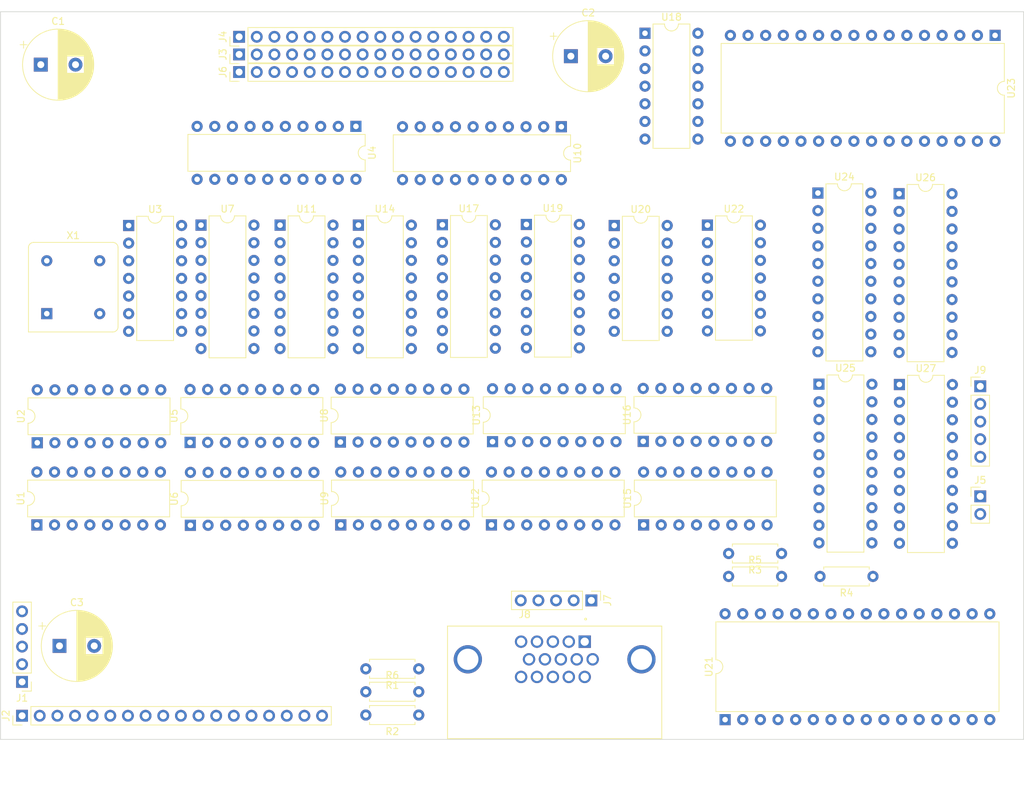
<source format=kicad_pcb>
(kicad_pcb (version 20171130) (host pcbnew 5.1.12-84ad8e8a86~92~ubuntu18.04.1)
  (layers (0 F.Cu signal) (1 GND power hide) (2 PWR power hide) (31 B.Cu signal) (34 B.Paste user) (35 F.Paste user) (36 B.SilkS user) (37 F.SilkS user) (38 B.Mask user) (39 F.Mask user) (44 Edge.Cuts user))
  (net 0 "")
  (net 1 GND)
  (net 2 +5V)
  (net 3 "Net-(J2-Pad18)")
  (net 4 "Net-(J2-Pad17)")
  (net 5 "Net-(J2-Pad16)")
  (net 6 "Net-(J2-Pad15)")
  (net 7 "Net-(J2-Pad14)")
  (net 8 "Net-(J2-Pad13)")
  (net 9 "Net-(J2-Pad12)")
  (net 10 "Net-(J2-Pad11)")
  (net 11 "Net-(J2-Pad10)")
  (net 12 "Net-(J2-Pad9)")
  (net 13 "Net-(J2-Pad8)")
  (net 14 "Net-(J2-Pad7)")
  (net 15 "Net-(J2-Pad6)")
  (net 16 "Net-(J2-Pad5)")
  (net 17 "Net-(J2-Pad4)")
  (net 18 "Net-(J2-Pad3)")
  (net 19 "Net-(J2-Pad2)")
  (net 20 "Net-(J2-Pad1)")
  (net 21 "Net-(J3-Pad16)")
  (net 22 "Net-(J3-Pad15)")
  (net 23 "Net-(J3-Pad14)")
  (net 24 "Net-(J3-Pad13)")
  (net 25 "Net-(J3-Pad12)")
  (net 26 "Net-(J3-Pad11)")
  (net 27 "Net-(J3-Pad10)")
  (net 28 "Net-(J3-Pad9)")
  (net 29 "Net-(J3-Pad8)")
  (net 30 "Net-(J3-Pad7)")
  (net 31 "Net-(J3-Pad6)")
  (net 32 "Net-(J3-Pad5)")
  (net 33 "Net-(J3-Pad4)")
  (net 34 "Net-(J3-Pad3)")
  (net 35 "Net-(J3-Pad2)")
  (net 36 "Net-(J3-Pad1)")
  (net 37 "Net-(J5-Pad2)")
  (net 38 "Net-(J5-Pad1)")
  (net 39 "Net-(J7-Pad5)")
  (net 40 "Net-(J7-Pad4)")
  (net 41 "Net-(J7-Pad3)")
  (net 42 "Net-(J7-Pad2)")
  (net 43 "Net-(J7-Pad1)")
  (net 44 "Net-(J8-PadS1)")
  (net 45 "Net-(J8-Pad15)")
  (net 46 "Net-(J8-Pad12)")
  (net 47 "Net-(J8-Pad11)")
  (net 48 "Net-(J8-Pad9)")
  (net 49 "Net-(J8-Pad4)")
  (net 50 "Net-(J9-Pad5)")
  (net 51 "Net-(J9-Pad4)")
  (net 52 "Net-(J9-Pad3)")
  (net 53 "Net-(J9-Pad2)")
  (net 54 "Net-(J9-Pad1)")
  (net 55 "Net-(R3-Pad1)")
  (net 56 "Net-(R4-Pad1)")
  (net 57 "Net-(R5-Pad1)")
  (net 58 "Net-(U1-Pad7)")
  (net 59 "Net-(U1-Pad14)")
  (net 60 "Net-(U1-Pad5)")
  (net 61 "Net-(U1-Pad12)")
  (net 62 "Net-(U1-Pad4)")
  (net 63 "Net-(U1-Pad11)")
  (net 64 "Net-(U1-Pad2)")
  (net 65 "Net-(U1-Pad9)")
  (net 66 "Net-(U1-Pad1)")
  (net 67 "Net-(U2-Pad7)")
  (net 68 "Net-(U2-Pad12)")
  (net 69 "Net-(U2-Pad4)")
  (net 70 "Net-(U2-Pad9)")
  (net 71 "Net-(U13-Pad1)")
  (net 72 "Net-(U3-Pad13)")
  (net 73 "Net-(U3-Pad2)")
  (net 74 "Net-(U3-Pad12)")
  (net 75 "Net-(U11-Pad2)")
  (net 76 "Net-(U3-Pad11)")
  (net 77 "Net-(U3-Pad10)")
  (net 78 "Net-(U3-Pad3)")
  (net 79 "Net-(U3-Pad9)")
  (net 80 "Net-(U3-Pad8)")
  (net 81 "Net-(U18-Pad13)")
  (net 82 "Net-(U11-Pad14)")
  (net 83 "Net-(U11-Pad13)")
  (net 84 "Net-(U11-Pad12)")
  (net 85 "Net-(U11-Pad11)")
  (net 86 "Net-(U4-Pad1)")
  (net 87 "Net-(U23-Pad5)")
  (net 88 "Net-(U23-Pad8)")
  (net 89 "Net-(U23-Pad6)")
  (net 90 "Net-(U23-Pad7)")
  (net 91 "Net-(U21-Pad5)")
  (net 92 "Net-(U21-Pad8)")
  (net 93 "Net-(U21-Pad6)")
  (net 94 "Net-(U21-Pad7)")
  (net 95 "Net-(U11-Pad10)")
  (net 96 "Net-(U7-Pad6)")
  (net 97 "Net-(U7-Pad5)")
  (net 98 "Net-(U7-Pad4)")
  (net 99 "Net-(U7-Pad3)")
  (net 100 "Net-(U11-Pad1)")
  (net 101 "Net-(U23-Pad25)")
  (net 102 "Net-(U10-Pad17)")
  (net 103 "Net-(U10-Pad11)")
  (net 104 "Net-(U23-Pad27)")
  (net 105 "Net-(U23-Pad23)")
  (net 106 "Net-(U10-Pad15)")
  (net 107 "Net-(U10-Pad13)")
  (net 108 "Net-(U23-Pad26)")
  (net 109 "Net-(U21-Pad25)")
  (net 110 "Net-(U21-Pad27)")
  (net 111 "Net-(U21-Pad23)")
  (net 112 "Net-(U21-Pad26)")
  (net 113 "Net-(U10-Pad19)")
  (net 114 "Net-(U10-Pad8)")
  (net 115 "Net-(U10-Pad6)")
  (net 116 "Net-(U10-Pad4)")
  (net 117 "Net-(U10-Pad2)")
  (net 118 "Net-(U10-Pad1)")
  (net 119 "Net-(U11-Pad15)")
  (net 120 "Net-(U11-Pad6)")
  (net 121 "Net-(U11-Pad5)")
  (net 122 "Net-(U11-Pad4)")
  (net 123 "Net-(U11-Pad3)")
  (net 124 "Net-(U12-Pad7)")
  (net 125 "Net-(U12-Pad12)")
  (net 126 "Net-(U12-Pad4)")
  (net 127 "Net-(U12-Pad9)")
  (net 128 "Net-(U13-Pad7)")
  (net 129 "Net-(U13-Pad12)")
  (net 130 "Net-(U13-Pad4)")
  (net 131 "Net-(U13-Pad9)")
  (net 132 "Net-(U14-Pad15)")
  (net 133 "Net-(U14-Pad6)")
  (net 134 "Net-(U14-Pad5)")
  (net 135 "Net-(U14-Pad4)")
  (net 136 "Net-(U14-Pad3)")
  (net 137 "Net-(U15-Pad7)")
  (net 138 "Net-(U15-Pad14)")
  (net 139 "Net-(U15-Pad12)")
  (net 140 "Net-(U15-Pad4)")
  (net 141 "Net-(U15-Pad11)")
  (net 142 "Net-(U15-Pad9)")
  (net 143 "Net-(U16-Pad7)")
  (net 144 "Net-(U16-Pad12)")
  (net 145 "Net-(U16-Pad4)")
  (net 146 "Net-(U16-Pad9)")
  (net 147 "Net-(U17-Pad16)")
  (net 148 "Net-(U17-Pad8)")
  (net 149 "Net-(U17-Pad15)")
  (net 150 "Net-(U17-Pad6)")
  (net 151 "Net-(U17-Pad5)")
  (net 152 "Net-(U17-Pad4)")
  (net 153 "Net-(U17-Pad3)")
  (net 154 "Net-(U18-Pad6)")
  (net 155 "Net-(U18-Pad5)")
  (net 156 "Net-(U18-Pad1)")
  (net 157 "Net-(U18-Pad10)")
  (net 158 "Net-(U18-Pad9)")
  (net 159 "Net-(U18-Pad2)")
  (net 160 "Net-(U19-Pad15)")
  (net 161 "Net-(U19-Pad6)")
  (net 162 "Net-(U19-Pad5)")
  (net 163 "Net-(U19-Pad12)")
  (net 164 "Net-(U19-Pad4)")
  (net 165 "Net-(U19-Pad11)")
  (net 166 "Net-(U19-Pad3)")
  (net 167 "Net-(U20-Pad6)")
  (net 168 "Net-(U20-Pad5)")
  (net 169 "Net-(U20-Pad4)")
  (net 170 "Net-(U20-Pad3)")
  (net 171 "Net-(U20-Pad2)")
  (net 172 "Net-(U21-Pad15)")
  (net 173 "Net-(U21-Pad14)")
  (net 174 "Net-(U21-Pad13)")
  (net 175 "Net-(U21-Pad21)")
  (net 176 "Net-(U21-Pad20)")
  (net 177 "Net-(U21-Pad19)")
  (net 178 "Net-(U21-Pad18)")
  (net 179 "Net-(U21-Pad17)")
  (net 180 "Net-(U22-Pad6)")
  (net 181 "Net-(U22-Pad5)")
  (net 182 "Net-(U22-Pad4)")
  (net 183 "Net-(U22-Pad3)")
  (net 184 "Net-(U22-Pad2)")
  (net 185 "Net-(U22-Pad1)")
  (net 186 "Net-(U23-Pad15)")
  (net 187 "Net-(U23-Pad14)")
  (net 188 "Net-(U23-Pad13)")
  (net 189 "Net-(U23-Pad21)")
  (net 190 "Net-(U23-Pad20)")
  (net 191 "Net-(U23-Pad19)")
  (net 192 "Net-(U23-Pad18)")
  (net 193 "Net-(U23-Pad17)")
  (net 194 "Net-(U24-Pad17)")
  (net 195 "Net-(U24-Pad7)")
  (net 196 "Net-(U24-Pad15)")
  (net 197 "Net-(U24-Pad5)")
  (net 198 "Net-(U24-Pad13)")
  (net 199 "Net-(U24-Pad3)")
  (net 200 "Net-(U25-Pad17)")
  (net 201 "Net-(U25-Pad7)")
  (net 202 "Net-(U25-Pad15)")
  (net 203 "Net-(U25-Pad5)")
  (net 204 "Net-(U25-Pad13)")
  (net 205 "Net-(U25-Pad3)")
  (net 206 "Net-(U26-Pad17)")
  (net 207 "Net-(U26-Pad7)")
  (net 208 "Net-(U26-Pad15)")
  (net 209 "Net-(U26-Pad5)")
  (net 210 "Net-(U26-Pad13)")
  (net 211 "Net-(U26-Pad3)")
  (net 212 "Net-(U27-Pad17)")
  (net 213 "Net-(U27-Pad7)")
  (net 214 "Net-(U27-Pad15)")
  (net 215 "Net-(U27-Pad5)")
  (net 216 "Net-(U27-Pad13)")
  (net 217 "Net-(U27-Pad3)")
  (net 218 "Net-(X1-Pad1)")
  (module Oscillator:Oscillator_DIP-8 (layer F.Cu) (at 285.75 196.9516)
    (fp_text reference X1 (at 3.81 -11.26) (layer F.SilkS))
    (fp_text value CXO_DIP8)
    (pad 4 thru_hole circle (at 7.62 0) (size 1.6 1.6) (drill 0.8) (layers *.Cu *.Mask) (net 1 GND))
    (pad 5 thru_hole circle (at 7.62 -7.62) (size 1.6 1.6) (drill 0.8) (layers *.Cu *.Mask) (net 78 "Net-(U3-Pad3)"))
    (pad 8 thru_hole circle (at 0 -7.62) (size 1.6 1.6) (drill 0.8) (layers *.Cu *.Mask) (net 2 +5V))
    (pad 1 thru_hole rect (at 0 0) (size 1.6 1.6) (drill 0.8) (layers *.Cu *.Mask) (net 218 "Net-(X1-Pad1)"))
  )
  (module Package_DIP:DIP-20_W7.62mm (layer F.Cu) (at 408.4828 207.1624)
    (fp_text reference U27 (at 3.81 -2.33) (layer F.SilkS))
    (fp_text value SN74LS244N)
    (pad 20 thru_hole oval (at 7.62 0) (size 1.6 1.6) (drill 0.8) (layers *.Cu *.Mask) (net 2 +5V))
    (pad 10 thru_hole oval (at 0 22.86) (size 1.6 1.6) (drill 0.8) (layers *.Cu *.Mask) (net 1 GND))
    (pad 19 thru_hole oval (at 7.62 2.54) (size 1.6 1.6) (drill 0.8) (layers *.Cu *.Mask) (net 71 "Net-(U13-Pad1)"))
    (pad 9 thru_hole oval (at 0 20.32) (size 1.6 1.6) (drill 0.8) (layers *.Cu *.Mask) (net 178 "Net-(U21-Pad18)"))
    (pad 18 thru_hole oval (at 7.62 5.08) (size 1.6 1.6) (drill 0.8) (layers *.Cu *.Mask) (net 174 "Net-(U21-Pad13)"))
    (pad 8 thru_hole oval (at 0 17.78) (size 1.6 1.6) (drill 0.8) (layers *.Cu *.Mask) (net 51 "Net-(J9-Pad4)"))
    (pad 17 thru_hole oval (at 7.62 7.62) (size 1.6 1.6) (drill 0.8) (layers *.Cu *.Mask) (net 212 "Net-(U27-Pad17)"))
    (pad 7 thru_hole oval (at 0 15.24) (size 1.6 1.6) (drill 0.8) (layers *.Cu *.Mask) (net 213 "Net-(U27-Pad7)"))
    (pad 16 thru_hole oval (at 7.62 10.16) (size 1.6 1.6) (drill 0.8) (layers *.Cu *.Mask) (net 173 "Net-(U21-Pad14)"))
    (pad 6 thru_hole oval (at 0 12.7) (size 1.6 1.6) (drill 0.8) (layers *.Cu *.Mask) (net 52 "Net-(J9-Pad3)"))
    (pad 15 thru_hole oval (at 7.62 12.7) (size 1.6 1.6) (drill 0.8) (layers *.Cu *.Mask) (net 214 "Net-(U27-Pad15)"))
    (pad 5 thru_hole oval (at 0 10.16) (size 1.6 1.6) (drill 0.8) (layers *.Cu *.Mask) (net 215 "Net-(U27-Pad5)"))
    (pad 14 thru_hole oval (at 7.62 15.24) (size 1.6 1.6) (drill 0.8) (layers *.Cu *.Mask) (net 172 "Net-(U21-Pad15)"))
    (pad 4 thru_hole oval (at 0 7.62) (size 1.6 1.6) (drill 0.8) (layers *.Cu *.Mask) (net 53 "Net-(J9-Pad2)"))
    (pad 13 thru_hole oval (at 7.62 17.78) (size 1.6 1.6) (drill 0.8) (layers *.Cu *.Mask) (net 216 "Net-(U27-Pad13)"))
    (pad 3 thru_hole oval (at 0 5.08) (size 1.6 1.6) (drill 0.8) (layers *.Cu *.Mask) (net 217 "Net-(U27-Pad3)"))
    (pad 12 thru_hole oval (at 7.62 20.32) (size 1.6 1.6) (drill 0.8) (layers *.Cu *.Mask) (net 179 "Net-(U21-Pad17)"))
    (pad 2 thru_hole oval (at 0 2.54) (size 1.6 1.6) (drill 0.8) (layers *.Cu *.Mask) (net 54 "Net-(J9-Pad1)"))
    (pad 11 thru_hole oval (at 7.62 22.86) (size 1.6 1.6) (drill 0.8) (layers *.Cu *.Mask) (net 50 "Net-(J9-Pad5)"))
    (pad 1 thru_hole rect (at 0 0) (size 1.6 1.6) (drill 0.8) (layers *.Cu *.Mask) (net 71 "Net-(U13-Pad1)"))
  )
  (module Package_DIP:DIP-20_W7.62mm (layer F.Cu) (at 408.432 179.6796)
    (fp_text reference U26 (at 3.81 -2.33) (layer F.SilkS))
    (fp_text value SN74LS244N)
    (pad 20 thru_hole oval (at 7.62 0) (size 1.6 1.6) (drill 0.8) (layers *.Cu *.Mask) (net 2 +5V))
    (pad 10 thru_hole oval (at 0 22.86) (size 1.6 1.6) (drill 0.8) (layers *.Cu *.Mask) (net 1 GND))
    (pad 19 thru_hole oval (at 7.62 2.54) (size 1.6 1.6) (drill 0.8) (layers *.Cu *.Mask) (net 66 "Net-(U1-Pad1)"))
    (pad 9 thru_hole oval (at 0 20.32) (size 1.6 1.6) (drill 0.8) (layers *.Cu *.Mask) (net 192 "Net-(U23-Pad18)"))
    (pad 18 thru_hole oval (at 7.62 5.08) (size 1.6 1.6) (drill 0.8) (layers *.Cu *.Mask) (net 188 "Net-(U23-Pad13)"))
    (pad 8 thru_hole oval (at 0 17.78) (size 1.6 1.6) (drill 0.8) (layers *.Cu *.Mask) (net 51 "Net-(J9-Pad4)"))
    (pad 17 thru_hole oval (at 7.62 7.62) (size 1.6 1.6) (drill 0.8) (layers *.Cu *.Mask) (net 206 "Net-(U26-Pad17)"))
    (pad 7 thru_hole oval (at 0 15.24) (size 1.6 1.6) (drill 0.8) (layers *.Cu *.Mask) (net 207 "Net-(U26-Pad7)"))
    (pad 16 thru_hole oval (at 7.62 10.16) (size 1.6 1.6) (drill 0.8) (layers *.Cu *.Mask) (net 187 "Net-(U23-Pad14)"))
    (pad 6 thru_hole oval (at 0 12.7) (size 1.6 1.6) (drill 0.8) (layers *.Cu *.Mask) (net 52 "Net-(J9-Pad3)"))
    (pad 15 thru_hole oval (at 7.62 12.7) (size 1.6 1.6) (drill 0.8) (layers *.Cu *.Mask) (net 208 "Net-(U26-Pad15)"))
    (pad 5 thru_hole oval (at 0 10.16) (size 1.6 1.6) (drill 0.8) (layers *.Cu *.Mask) (net 209 "Net-(U26-Pad5)"))
    (pad 14 thru_hole oval (at 7.62 15.24) (size 1.6 1.6) (drill 0.8) (layers *.Cu *.Mask) (net 186 "Net-(U23-Pad15)"))
    (pad 4 thru_hole oval (at 0 7.62) (size 1.6 1.6) (drill 0.8) (layers *.Cu *.Mask) (net 53 "Net-(J9-Pad2)"))
    (pad 13 thru_hole oval (at 7.62 17.78) (size 1.6 1.6) (drill 0.8) (layers *.Cu *.Mask) (net 210 "Net-(U26-Pad13)"))
    (pad 3 thru_hole oval (at 0 5.08) (size 1.6 1.6) (drill 0.8) (layers *.Cu *.Mask) (net 211 "Net-(U26-Pad3)"))
    (pad 12 thru_hole oval (at 7.62 20.32) (size 1.6 1.6) (drill 0.8) (layers *.Cu *.Mask) (net 193 "Net-(U23-Pad17)"))
    (pad 2 thru_hole oval (at 0 2.54) (size 1.6 1.6) (drill 0.8) (layers *.Cu *.Mask) (net 54 "Net-(J9-Pad1)"))
    (pad 11 thru_hole oval (at 7.62 22.86) (size 1.6 1.6) (drill 0.8) (layers *.Cu *.Mask) (net 50 "Net-(J9-Pad5)"))
    (pad 1 thru_hole rect (at 0 0) (size 1.6 1.6) (drill 0.8) (layers *.Cu *.Mask) (net 66 "Net-(U1-Pad1)"))
  )
  (module Package_DIP:DIP-20_W7.62mm (layer F.Cu) (at 396.9004 207.1116)
    (fp_text reference U25 (at 3.81 -2.33) (layer F.SilkS))
    (fp_text value SN74LS244N)
    (pad 20 thru_hole oval (at 7.62 0) (size 1.6 1.6) (drill 0.8) (layers *.Cu *.Mask) (net 2 +5V))
    (pad 10 thru_hole oval (at 0 22.86) (size 1.6 1.6) (drill 0.8) (layers *.Cu *.Mask) (net 1 GND))
    (pad 19 thru_hole oval (at 7.62 2.54) (size 1.6 1.6) (drill 0.8) (layers *.Cu *.Mask) (net 66 "Net-(U1-Pad1)"))
    (pad 9 thru_hole oval (at 0 20.32) (size 1.6 1.6) (drill 0.8) (layers *.Cu *.Mask) (net 39 "Net-(J7-Pad5)"))
    (pad 18 thru_hole oval (at 7.62 5.08) (size 1.6 1.6) (drill 0.8) (layers *.Cu *.Mask) (net 55 "Net-(R3-Pad1)"))
    (pad 8 thru_hole oval (at 0 17.78) (size 1.6 1.6) (drill 0.8) (layers *.Cu *.Mask) (net 179 "Net-(U21-Pad17)"))
    (pad 17 thru_hole oval (at 7.62 7.62) (size 1.6 1.6) (drill 0.8) (layers *.Cu *.Mask) (net 200 "Net-(U25-Pad17)"))
    (pad 7 thru_hole oval (at 0 15.24) (size 1.6 1.6) (drill 0.8) (layers *.Cu *.Mask) (net 201 "Net-(U25-Pad7)"))
    (pad 16 thru_hole oval (at 7.62 10.16) (size 1.6 1.6) (drill 0.8) (layers *.Cu *.Mask) (net 56 "Net-(R4-Pad1)"))
    (pad 6 thru_hole oval (at 0 12.7) (size 1.6 1.6) (drill 0.8) (layers *.Cu *.Mask) (net 172 "Net-(U21-Pad15)"))
    (pad 15 thru_hole oval (at 7.62 12.7) (size 1.6 1.6) (drill 0.8) (layers *.Cu *.Mask) (net 202 "Net-(U25-Pad15)"))
    (pad 5 thru_hole oval (at 0 10.16) (size 1.6 1.6) (drill 0.8) (layers *.Cu *.Mask) (net 203 "Net-(U25-Pad5)"))
    (pad 14 thru_hole oval (at 7.62 15.24) (size 1.6 1.6) (drill 0.8) (layers *.Cu *.Mask) (net 57 "Net-(R5-Pad1)"))
    (pad 4 thru_hole oval (at 0 7.62) (size 1.6 1.6) (drill 0.8) (layers *.Cu *.Mask) (net 173 "Net-(U21-Pad14)"))
    (pad 13 thru_hole oval (at 7.62 17.78) (size 1.6 1.6) (drill 0.8) (layers *.Cu *.Mask) (net 204 "Net-(U25-Pad13)"))
    (pad 3 thru_hole oval (at 0 5.08) (size 1.6 1.6) (drill 0.8) (layers *.Cu *.Mask) (net 205 "Net-(U25-Pad3)"))
    (pad 12 thru_hole oval (at 7.62 20.32) (size 1.6 1.6) (drill 0.8) (layers *.Cu *.Mask) (net 40 "Net-(J7-Pad4)"))
    (pad 2 thru_hole oval (at 0 2.54) (size 1.6 1.6) (drill 0.8) (layers *.Cu *.Mask) (net 174 "Net-(U21-Pad13)"))
    (pad 11 thru_hole oval (at 7.62 22.86) (size 1.6 1.6) (drill 0.8) (layers *.Cu *.Mask) (net 178 "Net-(U21-Pad18)"))
    (pad 1 thru_hole rect (at 0 0) (size 1.6 1.6) (drill 0.8) (layers *.Cu *.Mask) (net 66 "Net-(U1-Pad1)"))
  )
  (module Package_DIP:DIP-20_W7.62mm (layer F.Cu) (at 396.748 179.578)
    (fp_text reference U24 (at 3.81 -2.33) (layer F.SilkS))
    (fp_text value SN74LS244N)
    (pad 20 thru_hole oval (at 7.62 0) (size 1.6 1.6) (drill 0.8) (layers *.Cu *.Mask) (net 2 +5V))
    (pad 10 thru_hole oval (at 0 22.86) (size 1.6 1.6) (drill 0.8) (layers *.Cu *.Mask) (net 1 GND))
    (pad 19 thru_hole oval (at 7.62 2.54) (size 1.6 1.6) (drill 0.8) (layers *.Cu *.Mask) (net 71 "Net-(U13-Pad1)"))
    (pad 9 thru_hole oval (at 0 20.32) (size 1.6 1.6) (drill 0.8) (layers *.Cu *.Mask) (net 39 "Net-(J7-Pad5)"))
    (pad 18 thru_hole oval (at 7.62 5.08) (size 1.6 1.6) (drill 0.8) (layers *.Cu *.Mask) (net 55 "Net-(R3-Pad1)"))
    (pad 8 thru_hole oval (at 0 17.78) (size 1.6 1.6) (drill 0.8) (layers *.Cu *.Mask) (net 193 "Net-(U23-Pad17)"))
    (pad 17 thru_hole oval (at 7.62 7.62) (size 1.6 1.6) (drill 0.8) (layers *.Cu *.Mask) (net 194 "Net-(U24-Pad17)"))
    (pad 7 thru_hole oval (at 0 15.24) (size 1.6 1.6) (drill 0.8) (layers *.Cu *.Mask) (net 195 "Net-(U24-Pad7)"))
    (pad 16 thru_hole oval (at 7.62 10.16) (size 1.6 1.6) (drill 0.8) (layers *.Cu *.Mask) (net 56 "Net-(R4-Pad1)"))
    (pad 6 thru_hole oval (at 0 12.7) (size 1.6 1.6) (drill 0.8) (layers *.Cu *.Mask) (net 186 "Net-(U23-Pad15)"))
    (pad 15 thru_hole oval (at 7.62 12.7) (size 1.6 1.6) (drill 0.8) (layers *.Cu *.Mask) (net 196 "Net-(U24-Pad15)"))
    (pad 5 thru_hole oval (at 0 10.16) (size 1.6 1.6) (drill 0.8) (layers *.Cu *.Mask) (net 197 "Net-(U24-Pad5)"))
    (pad 14 thru_hole oval (at 7.62 15.24) (size 1.6 1.6) (drill 0.8) (layers *.Cu *.Mask) (net 57 "Net-(R5-Pad1)"))
    (pad 4 thru_hole oval (at 0 7.62) (size 1.6 1.6) (drill 0.8) (layers *.Cu *.Mask) (net 187 "Net-(U23-Pad14)"))
    (pad 13 thru_hole oval (at 7.62 17.78) (size 1.6 1.6) (drill 0.8) (layers *.Cu *.Mask) (net 198 "Net-(U24-Pad13)"))
    (pad 3 thru_hole oval (at 0 5.08) (size 1.6 1.6) (drill 0.8) (layers *.Cu *.Mask) (net 199 "Net-(U24-Pad3)"))
    (pad 12 thru_hole oval (at 7.62 20.32) (size 1.6 1.6) (drill 0.8) (layers *.Cu *.Mask) (net 40 "Net-(J7-Pad4)"))
    (pad 2 thru_hole oval (at 0 2.54) (size 1.6 1.6) (drill 0.8) (layers *.Cu *.Mask) (net 188 "Net-(U23-Pad13)"))
    (pad 11 thru_hole oval (at 7.62 22.86) (size 1.6 1.6) (drill 0.8) (layers *.Cu *.Mask) (net 192 "Net-(U23-Pad18)"))
    (pad 1 thru_hole rect (at 0 0) (size 1.6 1.6) (drill 0.8) (layers *.Cu *.Mask) (net 71 "Net-(U13-Pad1)"))
  )
  (module Package_DIP:DIP-32_W15.24mm (layer F.Cu) (at 422.2496 156.8704 270)
    (fp_text reference U23 (at 7.62 -2.33 90) (layer F.SilkS))
    (fp_text value AS6C4008-55PCN)
    (pad 32 thru_hole oval (at 15.24 0 270) (size 1.6 1.6) (drill 0.8) (layers *.Cu *.Mask) (net 2 +5V))
    (pad 16 thru_hole oval (at 0 38.1 270) (size 1.6 1.6) (drill 0.8) (layers *.Cu *.Mask) (net 1 GND))
    (pad 31 thru_hole oval (at 15.24 2.54 270) (size 1.6 1.6) (drill 0.8) (layers *.Cu *.Mask) (net 128 "Net-(U13-Pad7)"))
    (pad 15 thru_hole oval (at 0 35.56 270) (size 1.6 1.6) (drill 0.8) (layers *.Cu *.Mask) (net 186 "Net-(U23-Pad15)"))
    (pad 30 thru_hole oval (at 15.24 5.08 270) (size 1.6 1.6) (drill 0.8) (layers *.Cu *.Mask) (net 146 "Net-(U16-Pad9)"))
    (pad 14 thru_hole oval (at 0 33.02 270) (size 1.6 1.6) (drill 0.8) (layers *.Cu *.Mask) (net 187 "Net-(U23-Pad14)"))
    (pad 29 thru_hole oval (at 15.24 7.62 270) (size 1.6 1.6) (drill 0.8) (layers *.Cu *.Mask) (net 145 "Net-(U16-Pad4)"))
    (pad 13 thru_hole oval (at 0 30.48 270) (size 1.6 1.6) (drill 0.8) (layers *.Cu *.Mask) (net 188 "Net-(U23-Pad13)"))
    (pad 28 thru_hole oval (at 15.24 10.16 270) (size 1.6 1.6) (drill 0.8) (layers *.Cu *.Mask) (net 131 "Net-(U13-Pad9)"))
    (pad 12 thru_hole oval (at 0 27.94 270) (size 1.6 1.6) (drill 0.8) (layers *.Cu *.Mask) (net 68 "Net-(U2-Pad12)"))
    (pad 27 thru_hole oval (at 15.24 12.7 270) (size 1.6 1.6) (drill 0.8) (layers *.Cu *.Mask) (net 104 "Net-(U23-Pad27)"))
    (pad 11 thru_hole oval (at 0 25.4 270) (size 1.6 1.6) (drill 0.8) (layers *.Cu *.Mask) (net 70 "Net-(U2-Pad9)"))
    (pad 26 thru_hole oval (at 15.24 15.24 270) (size 1.6 1.6) (drill 0.8) (layers *.Cu *.Mask) (net 108 "Net-(U23-Pad26)"))
    (pad 10 thru_hole oval (at 0 22.86 270) (size 1.6 1.6) (drill 0.8) (layers *.Cu *.Mask) (net 69 "Net-(U2-Pad4)"))
    (pad 25 thru_hole oval (at 15.24 17.78 270) (size 1.6 1.6) (drill 0.8) (layers *.Cu *.Mask) (net 101 "Net-(U23-Pad25)"))
    (pad 9 thru_hole oval (at 0 20.32 270) (size 1.6 1.6) (drill 0.8) (layers *.Cu *.Mask) (net 67 "Net-(U2-Pad7)"))
    (pad 24 thru_hole oval (at 15.24 20.32 270) (size 1.6 1.6) (drill 0.8) (layers *.Cu *.Mask) (net 71 "Net-(U13-Pad1)"))
    (pad 8 thru_hole oval (at 0 17.78 270) (size 1.6 1.6) (drill 0.8) (layers *.Cu *.Mask) (net 88 "Net-(U23-Pad8)"))
    (pad 23 thru_hole oval (at 15.24 22.86 270) (size 1.6 1.6) (drill 0.8) (layers *.Cu *.Mask) (net 105 "Net-(U23-Pad23)"))
    (pad 7 thru_hole oval (at 0 15.24 270) (size 1.6 1.6) (drill 0.8) (layers *.Cu *.Mask) (net 90 "Net-(U23-Pad7)"))
    (pad 22 thru_hole oval (at 15.24 25.4 270) (size 1.6 1.6) (drill 0.8) (layers *.Cu *.Mask) (net 143 "Net-(U16-Pad7)"))
    (pad 6 thru_hole oval (at 0 12.7 270) (size 1.6 1.6) (drill 0.8) (layers *.Cu *.Mask) (net 89 "Net-(U23-Pad6)"))
    (pad 21 thru_hole oval (at 15.24 27.94 270) (size 1.6 1.6) (drill 0.8) (layers *.Cu *.Mask) (net 189 "Net-(U23-Pad21)"))
    (pad 5 thru_hole oval (at 0 10.16 270) (size 1.6 1.6) (drill 0.8) (layers *.Cu *.Mask) (net 87 "Net-(U23-Pad5)"))
    (pad 20 thru_hole oval (at 15.24 30.48 270) (size 1.6 1.6) (drill 0.8) (layers *.Cu *.Mask) (net 190 "Net-(U23-Pad20)"))
    (pad 4 thru_hole oval (at 0 7.62 270) (size 1.6 1.6) (drill 0.8) (layers *.Cu *.Mask) (net 129 "Net-(U13-Pad12)"))
    (pad 19 thru_hole oval (at 15.24 33.02 270) (size 1.6 1.6) (drill 0.8) (layers *.Cu *.Mask) (net 191 "Net-(U23-Pad19)"))
    (pad 3 thru_hole oval (at 0 5.08 270) (size 1.6 1.6) (drill 0.8) (layers *.Cu *.Mask) (net 130 "Net-(U13-Pad4)"))
    (pad 18 thru_hole oval (at 15.24 35.56 270) (size 1.6 1.6) (drill 0.8) (layers *.Cu *.Mask) (net 192 "Net-(U23-Pad18)"))
    (pad 2 thru_hole oval (at 0 2.54 270) (size 1.6 1.6) (drill 0.8) (layers *.Cu *.Mask) (net 144 "Net-(U16-Pad12)"))
    (pad 17 thru_hole oval (at 15.24 38.1 270) (size 1.6 1.6) (drill 0.8) (layers *.Cu *.Mask) (net 193 "Net-(U23-Pad17)"))
    (pad 1 thru_hole rect (at 0 0 270) (size 1.6 1.6) (drill 0.8) (layers *.Cu *.Mask) (net 1 GND))
  )
  (module Package_DIP:DIP-14_W7.62mm (layer F.Cu) (at 380.8476 184.2008)
    (fp_text reference U22 (at 3.81 -2.33) (layer F.SilkS))
    (fp_text value SN74LS74AN)
    (pad 14 thru_hole oval (at 7.62 0) (size 1.6 1.6) (drill 0.8) (layers *.Cu *.Mask) (net 2 +5V))
    (pad 7 thru_hole oval (at 0 15.24) (size 1.6 1.6) (drill 0.8) (layers *.Cu *.Mask) (net 1 GND))
    (pad 13 thru_hole oval (at 7.62 2.54) (size 1.6 1.6) (drill 0.8) (layers *.Cu *.Mask) (net 2 +5V))
    (pad 6 thru_hole oval (at 0 12.7) (size 1.6 1.6) (drill 0.8) (layers *.Cu *.Mask) (net 180 "Net-(U22-Pad6)"))
    (pad 12 thru_hole oval (at 7.62 5.08) (size 1.6 1.6) (drill 0.8) (layers *.Cu *.Mask) (net 66 "Net-(U1-Pad1)"))
    (pad 5 thru_hole oval (at 0 10.16) (size 1.6 1.6) (drill 0.8) (layers *.Cu *.Mask) (net 181 "Net-(U22-Pad5)"))
    (pad 11 thru_hole oval (at 7.62 7.62) (size 1.6 1.6) (drill 0.8) (layers *.Cu *.Mask) (net 171 "Net-(U20-Pad2)"))
    (pad 4 thru_hole oval (at 0 7.62) (size 1.6 1.6) (drill 0.8) (layers *.Cu *.Mask) (net 182 "Net-(U22-Pad4)"))
    (pad 10 thru_hole oval (at 7.62 10.16) (size 1.6 1.6) (drill 0.8) (layers *.Cu *.Mask) (net 2 +5V))
    (pad 3 thru_hole oval (at 0 5.08) (size 1.6 1.6) (drill 0.8) (layers *.Cu *.Mask) (net 183 "Net-(U22-Pad3)"))
    (pad 9 thru_hole oval (at 7.62 12.7) (size 1.6 1.6) (drill 0.8) (layers *.Cu *.Mask) (net 71 "Net-(U13-Pad1)"))
    (pad 2 thru_hole oval (at 0 2.54) (size 1.6 1.6) (drill 0.8) (layers *.Cu *.Mask) (net 184 "Net-(U22-Pad2)"))
    (pad 8 thru_hole oval (at 7.62 15.24) (size 1.6 1.6) (drill 0.8) (layers *.Cu *.Mask) (net 66 "Net-(U1-Pad1)"))
    (pad 1 thru_hole rect (at 0 0) (size 1.6 1.6) (drill 0.8) (layers *.Cu *.Mask) (net 185 "Net-(U22-Pad1)"))
  )
  (module Package_DIP:DIP-32_W15.24mm (layer F.Cu) (at 383.3876 255.4224 90)
    (fp_text reference U21 (at 7.62 -2.33 90) (layer F.SilkS))
    (fp_text value AS6C4008-55PCN)
    (pad 32 thru_hole oval (at 15.24 0 90) (size 1.6 1.6) (drill 0.8) (layers *.Cu *.Mask) (net 2 +5V))
    (pad 16 thru_hole oval (at 0 38.1 90) (size 1.6 1.6) (drill 0.8) (layers *.Cu *.Mask) (net 1 GND))
    (pad 31 thru_hole oval (at 15.24 2.54 90) (size 1.6 1.6) (drill 0.8) (layers *.Cu *.Mask) (net 124 "Net-(U12-Pad7)"))
    (pad 15 thru_hole oval (at 0 35.56 90) (size 1.6 1.6) (drill 0.8) (layers *.Cu *.Mask) (net 172 "Net-(U21-Pad15)"))
    (pad 30 thru_hole oval (at 15.24 5.08 90) (size 1.6 1.6) (drill 0.8) (layers *.Cu *.Mask) (net 142 "Net-(U15-Pad9)"))
    (pad 14 thru_hole oval (at 0 33.02 90) (size 1.6 1.6) (drill 0.8) (layers *.Cu *.Mask) (net 173 "Net-(U21-Pad14)"))
    (pad 29 thru_hole oval (at 15.24 7.62 90) (size 1.6 1.6) (drill 0.8) (layers *.Cu *.Mask) (net 140 "Net-(U15-Pad4)"))
    (pad 13 thru_hole oval (at 0 30.48 90) (size 1.6 1.6) (drill 0.8) (layers *.Cu *.Mask) (net 174 "Net-(U21-Pad13)"))
    (pad 28 thru_hole oval (at 15.24 10.16 90) (size 1.6 1.6) (drill 0.8) (layers *.Cu *.Mask) (net 127 "Net-(U12-Pad9)"))
    (pad 12 thru_hole oval (at 0 27.94 90) (size 1.6 1.6) (drill 0.8) (layers *.Cu *.Mask) (net 61 "Net-(U1-Pad12)"))
    (pad 27 thru_hole oval (at 15.24 12.7 90) (size 1.6 1.6) (drill 0.8) (layers *.Cu *.Mask) (net 110 "Net-(U21-Pad27)"))
    (pad 11 thru_hole oval (at 0 25.4 90) (size 1.6 1.6) (drill 0.8) (layers *.Cu *.Mask) (net 65 "Net-(U1-Pad9)"))
    (pad 26 thru_hole oval (at 15.24 15.24 90) (size 1.6 1.6) (drill 0.8) (layers *.Cu *.Mask) (net 112 "Net-(U21-Pad26)"))
    (pad 10 thru_hole oval (at 0 22.86 90) (size 1.6 1.6) (drill 0.8) (layers *.Cu *.Mask) (net 62 "Net-(U1-Pad4)"))
    (pad 25 thru_hole oval (at 15.24 17.78 90) (size 1.6 1.6) (drill 0.8) (layers *.Cu *.Mask) (net 109 "Net-(U21-Pad25)"))
    (pad 9 thru_hole oval (at 0 20.32 90) (size 1.6 1.6) (drill 0.8) (layers *.Cu *.Mask) (net 58 "Net-(U1-Pad7)"))
    (pad 24 thru_hole oval (at 15.24 20.32 90) (size 1.6 1.6) (drill 0.8) (layers *.Cu *.Mask) (net 66 "Net-(U1-Pad1)"))
    (pad 8 thru_hole oval (at 0 17.78 90) (size 1.6 1.6) (drill 0.8) (layers *.Cu *.Mask) (net 92 "Net-(U21-Pad8)"))
    (pad 23 thru_hole oval (at 15.24 22.86 90) (size 1.6 1.6) (drill 0.8) (layers *.Cu *.Mask) (net 111 "Net-(U21-Pad23)"))
    (pad 7 thru_hole oval (at 0 15.24 90) (size 1.6 1.6) (drill 0.8) (layers *.Cu *.Mask) (net 94 "Net-(U21-Pad7)"))
    (pad 22 thru_hole oval (at 15.24 25.4 90) (size 1.6 1.6) (drill 0.8) (layers *.Cu *.Mask) (net 137 "Net-(U15-Pad7)"))
    (pad 6 thru_hole oval (at 0 12.7 90) (size 1.6 1.6) (drill 0.8) (layers *.Cu *.Mask) (net 93 "Net-(U21-Pad6)"))
    (pad 21 thru_hole oval (at 15.24 27.94 90) (size 1.6 1.6) (drill 0.8) (layers *.Cu *.Mask) (net 175 "Net-(U21-Pad21)"))
    (pad 5 thru_hole oval (at 0 10.16 90) (size 1.6 1.6) (drill 0.8) (layers *.Cu *.Mask) (net 91 "Net-(U21-Pad5)"))
    (pad 20 thru_hole oval (at 15.24 30.48 90) (size 1.6 1.6) (drill 0.8) (layers *.Cu *.Mask) (net 176 "Net-(U21-Pad20)"))
    (pad 4 thru_hole oval (at 0 7.62 90) (size 1.6 1.6) (drill 0.8) (layers *.Cu *.Mask) (net 125 "Net-(U12-Pad12)"))
    (pad 19 thru_hole oval (at 15.24 33.02 90) (size 1.6 1.6) (drill 0.8) (layers *.Cu *.Mask) (net 177 "Net-(U21-Pad19)"))
    (pad 3 thru_hole oval (at 0 5.08 90) (size 1.6 1.6) (drill 0.8) (layers *.Cu *.Mask) (net 126 "Net-(U12-Pad4)"))
    (pad 18 thru_hole oval (at 15.24 35.56 90) (size 1.6 1.6) (drill 0.8) (layers *.Cu *.Mask) (net 178 "Net-(U21-Pad18)"))
    (pad 2 thru_hole oval (at 0 2.54 90) (size 1.6 1.6) (drill 0.8) (layers *.Cu *.Mask) (net 139 "Net-(U15-Pad12)"))
    (pad 17 thru_hole oval (at 15.24 38.1 90) (size 1.6 1.6) (drill 0.8) (layers *.Cu *.Mask) (net 179 "Net-(U21-Pad17)"))
    (pad 1 thru_hole rect (at 0 0 90) (size 1.6 1.6) (drill 0.8) (layers *.Cu *.Mask) (net 1 GND))
  )
  (module Package_DIP:DIP-14_W7.62mm (layer F.Cu) (at 367.4364 184.2516)
    (fp_text reference U20 (at 3.81 -2.33) (layer F.SilkS))
    (fp_text value SN74LS04N)
    (pad 14 thru_hole oval (at 7.62 0) (size 1.6 1.6) (drill 0.8) (layers *.Cu *.Mask) (net 2 +5V))
    (pad 7 thru_hole oval (at 0 15.24) (size 1.6 1.6) (drill 0.8) (layers *.Cu *.Mask) (net 1 GND))
    (pad 13 thru_hole oval (at 7.62 2.54) (size 1.6 1.6) (drill 0.8) (layers *.Cu *.Mask) (net 138 "Net-(U15-Pad14)"))
    (pad 6 thru_hole oval (at 0 12.7) (size 1.6 1.6) (drill 0.8) (layers *.Cu *.Mask) (net 167 "Net-(U20-Pad6)"))
    (pad 12 thru_hole oval (at 7.62 5.08) (size 1.6 1.6) (drill 0.8) (layers *.Cu *.Mask) (net 157 "Net-(U18-Pad10)"))
    (pad 5 thru_hole oval (at 0 10.16) (size 1.6 1.6) (drill 0.8) (layers *.Cu *.Mask) (net 168 "Net-(U20-Pad5)"))
    (pad 11 thru_hole oval (at 7.62 7.62) (size 1.6 1.6) (drill 0.8) (layers *.Cu *.Mask) (net 141 "Net-(U15-Pad11)"))
    (pad 4 thru_hole oval (at 0 7.62) (size 1.6 1.6) (drill 0.8) (layers *.Cu *.Mask) (net 169 "Net-(U20-Pad4)"))
    (pad 10 thru_hole oval (at 7.62 10.16) (size 1.6 1.6) (drill 0.8) (layers *.Cu *.Mask) (net 158 "Net-(U18-Pad9)"))
    (pad 3 thru_hole oval (at 0 5.08) (size 1.6 1.6) (drill 0.8) (layers *.Cu *.Mask) (net 170 "Net-(U20-Pad3)"))
    (pad 9 thru_hole oval (at 7.62 12.7) (size 1.6 1.6) (drill 0.8) (layers *.Cu *.Mask) (net 38 "Net-(J5-Pad1)"))
    (pad 2 thru_hole oval (at 0 2.54) (size 1.6 1.6) (drill 0.8) (layers *.Cu *.Mask) (net 171 "Net-(U20-Pad2)"))
    (pad 8 thru_hole oval (at 7.62 15.24) (size 1.6 1.6) (drill 0.8) (layers *.Cu *.Mask) (net 155 "Net-(U18-Pad5)"))
    (pad 1 thru_hole rect (at 0 0) (size 1.6 1.6) (drill 0.8) (layers *.Cu *.Mask) (net 154 "Net-(U18-Pad6)"))
  )
  (module Package_DIP:DIP-16_W7.62mm (layer F.Cu) (at 354.7872 184.0992)
    (fp_text reference U19 (at 3.81 -2.33) (layer F.SilkS))
    (fp_text value 74LS161)
    (pad 16 thru_hole oval (at 7.62 0) (size 1.6 1.6) (drill 0.8) (layers *.Cu *.Mask) (net 2 +5V))
    (pad 8 thru_hole oval (at 0 17.78) (size 1.6 1.6) (drill 0.8) (layers *.Cu *.Mask) (net 1 GND))
    (pad 15 thru_hole oval (at 7.62 2.54) (size 1.6 1.6) (drill 0.8) (layers *.Cu *.Mask) (net 160 "Net-(U19-Pad15)"))
    (pad 7 thru_hole oval (at 0 15.24) (size 1.6 1.6) (drill 0.8) (layers *.Cu *.Mask) (net 149 "Net-(U17-Pad15)"))
    (pad 14 thru_hole oval (at 7.62 5.08) (size 1.6 1.6) (drill 0.8) (layers *.Cu *.Mask) (net 138 "Net-(U15-Pad14)"))
    (pad 6 thru_hole oval (at 0 12.7) (size 1.6 1.6) (drill 0.8) (layers *.Cu *.Mask) (net 161 "Net-(U19-Pad6)"))
    (pad 13 thru_hole oval (at 7.62 7.62) (size 1.6 1.6) (drill 0.8) (layers *.Cu *.Mask) (net 141 "Net-(U15-Pad11)"))
    (pad 5 thru_hole oval (at 0 10.16) (size 1.6 1.6) (drill 0.8) (layers *.Cu *.Mask) (net 162 "Net-(U19-Pad5)"))
    (pad 12 thru_hole oval (at 7.62 10.16) (size 1.6 1.6) (drill 0.8) (layers *.Cu *.Mask) (net 163 "Net-(U19-Pad12)"))
    (pad 4 thru_hole oval (at 0 7.62) (size 1.6 1.6) (drill 0.8) (layers *.Cu *.Mask) (net 164 "Net-(U19-Pad4)"))
    (pad 11 thru_hole oval (at 7.62 12.7) (size 1.6 1.6) (drill 0.8) (layers *.Cu *.Mask) (net 165 "Net-(U19-Pad11)"))
    (pad 3 thru_hole oval (at 0 5.08) (size 1.6 1.6) (drill 0.8) (layers *.Cu *.Mask) (net 166 "Net-(U19-Pad3)"))
    (pad 10 thru_hole oval (at 7.62 15.24) (size 1.6 1.6) (drill 0.8) (layers *.Cu *.Mask) (net 149 "Net-(U17-Pad15)"))
    (pad 2 thru_hole oval (at 0 2.54) (size 1.6 1.6) (drill 0.8) (layers *.Cu *.Mask) (net 75 "Net-(U11-Pad2)"))
    (pad 9 thru_hole oval (at 7.62 17.78) (size 1.6 1.6) (drill 0.8) (layers *.Cu *.Mask) (net 2 +5V))
    (pad 1 thru_hole rect (at 0 0) (size 1.6 1.6) (drill 0.8) (layers *.Cu *.Mask) (net 100 "Net-(U11-Pad1)"))
  )
  (module Package_DIP:DIP-14_W7.62mm (layer F.Cu) (at 371.856 156.5656)
    (fp_text reference U18 (at 3.81 -2.33) (layer F.SilkS))
    (fp_text value SN74HC32N)
    (pad 14 thru_hole oval (at 7.62 0) (size 1.6 1.6) (drill 0.8) (layers *.Cu *.Mask) (net 2 +5V))
    (pad 7 thru_hole oval (at 0 15.24) (size 1.6 1.6) (drill 0.8) (layers *.Cu *.Mask) (net 1 GND))
    (pad 13 thru_hole oval (at 7.62 2.54) (size 1.6 1.6) (drill 0.8) (layers *.Cu *.Mask) (net 81 "Net-(U18-Pad13)"))
    (pad 6 thru_hole oval (at 0 12.7) (size 1.6 1.6) (drill 0.8) (layers *.Cu *.Mask) (net 154 "Net-(U18-Pad6)"))
    (pad 12 thru_hole oval (at 7.62 5.08) (size 1.6 1.6) (drill 0.8) (layers *.Cu *.Mask) (net 113 "Net-(U10-Pad19)"))
    (pad 5 thru_hole oval (at 0 10.16) (size 1.6 1.6) (drill 0.8) (layers *.Cu *.Mask) (net 155 "Net-(U18-Pad5)"))
    (pad 11 thru_hole oval (at 7.62 7.62) (size 1.6 1.6) (drill 0.8) (layers *.Cu *.Mask) (net 156 "Net-(U18-Pad1)"))
    (pad 4 thru_hole oval (at 0 7.62) (size 1.6 1.6) (drill 0.8) (layers *.Cu *.Mask) (net 37 "Net-(J5-Pad2)"))
    (pad 10 thru_hole oval (at 7.62 10.16) (size 1.6 1.6) (drill 0.8) (layers *.Cu *.Mask) (net 157 "Net-(U18-Pad10)"))
    (pad 3 thru_hole oval (at 0 5.08) (size 1.6 1.6) (drill 0.8) (layers *.Cu *.Mask) (net 100 "Net-(U11-Pad1)"))
    (pad 9 thru_hole oval (at 7.62 12.7) (size 1.6 1.6) (drill 0.8) (layers *.Cu *.Mask) (net 158 "Net-(U18-Pad9)"))
    (pad 2 thru_hole oval (at 0 2.54) (size 1.6 1.6) (drill 0.8) (layers *.Cu *.Mask) (net 159 "Net-(U18-Pad2)"))
    (pad 8 thru_hole oval (at 7.62 15.24) (size 1.6 1.6) (drill 0.8) (layers *.Cu *.Mask) (net 159 "Net-(U18-Pad2)"))
    (pad 1 thru_hole rect (at 0 0) (size 1.6 1.6) (drill 0.8) (layers *.Cu *.Mask) (net 156 "Net-(U18-Pad1)"))
  )
  (module Package_DIP:DIP-16_W7.62mm (layer F.Cu) (at 342.6968 184.15)
    (fp_text reference U17 (at 3.81 -2.33) (layer F.SilkS))
    (fp_text value 74LS161)
    (pad 16 thru_hole oval (at 7.62 0) (size 1.6 1.6) (drill 0.8) (layers *.Cu *.Mask) (net 147 "Net-(U17-Pad16)"))
    (pad 8 thru_hole oval (at 0 17.78) (size 1.6 1.6) (drill 0.8) (layers *.Cu *.Mask) (net 148 "Net-(U17-Pad8)"))
    (pad 15 thru_hole oval (at 7.62 2.54) (size 1.6 1.6) (drill 0.8) (layers *.Cu *.Mask) (net 149 "Net-(U17-Pad15)"))
    (pad 7 thru_hole oval (at 0 15.24) (size 1.6 1.6) (drill 0.8) (layers *.Cu *.Mask) (net 132 "Net-(U14-Pad15)"))
    (pad 14 thru_hole oval (at 7.62 5.08) (size 1.6 1.6) (drill 0.8) (layers *.Cu *.Mask) (net 114 "Net-(U10-Pad8)"))
    (pad 6 thru_hole oval (at 0 12.7) (size 1.6 1.6) (drill 0.8) (layers *.Cu *.Mask) (net 150 "Net-(U17-Pad6)"))
    (pad 13 thru_hole oval (at 7.62 7.62) (size 1.6 1.6) (drill 0.8) (layers *.Cu *.Mask) (net 115 "Net-(U10-Pad6)"))
    (pad 5 thru_hole oval (at 0 10.16) (size 1.6 1.6) (drill 0.8) (layers *.Cu *.Mask) (net 151 "Net-(U17-Pad5)"))
    (pad 12 thru_hole oval (at 7.62 10.16) (size 1.6 1.6) (drill 0.8) (layers *.Cu *.Mask) (net 116 "Net-(U10-Pad4)"))
    (pad 4 thru_hole oval (at 0 7.62) (size 1.6 1.6) (drill 0.8) (layers *.Cu *.Mask) (net 152 "Net-(U17-Pad4)"))
    (pad 11 thru_hole oval (at 7.62 12.7) (size 1.6 1.6) (drill 0.8) (layers *.Cu *.Mask) (net 117 "Net-(U10-Pad2)"))
    (pad 3 thru_hole oval (at 0 5.08) (size 1.6 1.6) (drill 0.8) (layers *.Cu *.Mask) (net 153 "Net-(U17-Pad3)"))
    (pad 10 thru_hole oval (at 7.62 15.24) (size 1.6 1.6) (drill 0.8) (layers *.Cu *.Mask) (net 132 "Net-(U14-Pad15)"))
    (pad 2 thru_hole oval (at 0 2.54) (size 1.6 1.6) (drill 0.8) (layers *.Cu *.Mask) (net 75 "Net-(U11-Pad2)"))
    (pad 9 thru_hole oval (at 7.62 17.78) (size 1.6 1.6) (drill 0.8) (layers *.Cu *.Mask) (net 2 +5V))
    (pad 1 thru_hole rect (at 0 0) (size 1.6 1.6) (drill 0.8) (layers *.Cu *.Mask) (net 100 "Net-(U11-Pad1)"))
  )
  (module Package_DIP:DIP-16_W7.62mm (layer F.Cu) (at 371.602 215.3412 90)
    (fp_text reference U16 (at 3.81 -2.33 90) (layer F.SilkS))
    (fp_text value 74LS157)
    (pad 16 thru_hole oval (at 7.62 0 90) (size 1.6 1.6) (drill 0.8) (layers *.Cu *.Mask) (net 2 +5V))
    (pad 8 thru_hole oval (at 0 17.78 90) (size 1.6 1.6) (drill 0.8) (layers *.Cu *.Mask) (net 1 GND))
    (pad 15 thru_hole oval (at 7.62 2.54 90) (size 1.6 1.6) (drill 0.8) (layers *.Cu *.Mask) (net 1 GND))
    (pad 7 thru_hole oval (at 0 15.24 90) (size 1.6 1.6) (drill 0.8) (layers *.Cu *.Mask) (net 143 "Net-(U16-Pad7)"))
    (pad 14 thru_hole oval (at 7.62 5.08 90) (size 1.6 1.6) (drill 0.8) (layers *.Cu *.Mask) (net 138 "Net-(U15-Pad14)"))
    (pad 6 thru_hole oval (at 0 12.7 90) (size 1.6 1.6) (drill 0.8) (layers *.Cu *.Mask) (net 37 "Net-(J5-Pad2)"))
    (pad 13 thru_hole oval (at 7.62 7.62 90) (size 1.6 1.6) (drill 0.8) (layers *.Cu *.Mask) (net 4 "Net-(J2-Pad17)"))
    (pad 5 thru_hole oval (at 0 10.16 90) (size 1.6 1.6) (drill 0.8) (layers *.Cu *.Mask) (net 1 GND))
    (pad 12 thru_hole oval (at 7.62 10.16 90) (size 1.6 1.6) (drill 0.8) (layers *.Cu *.Mask) (net 144 "Net-(U16-Pad12)"))
    (pad 4 thru_hole oval (at 0 7.62 90) (size 1.6 1.6) (drill 0.8) (layers *.Cu *.Mask) (net 145 "Net-(U16-Pad4)"))
    (pad 11 thru_hole oval (at 7.62 12.7 90) (size 1.6 1.6) (drill 0.8) (layers *.Cu *.Mask) (net 141 "Net-(U15-Pad11)"))
    (pad 3 thru_hole oval (at 0 5.08 90) (size 1.6 1.6) (drill 0.8) (layers *.Cu *.Mask) (net 38 "Net-(J5-Pad1)"))
    (pad 10 thru_hole oval (at 7.62 15.24 90) (size 1.6 1.6) (drill 0.8) (layers *.Cu *.Mask) (net 3 "Net-(J2-Pad18)"))
    (pad 2 thru_hole oval (at 0 2.54 90) (size 1.6 1.6) (drill 0.8) (layers *.Cu *.Mask) (net 2 +5V))
    (pad 9 thru_hole oval (at 7.62 17.78 90) (size 1.6 1.6) (drill 0.8) (layers *.Cu *.Mask) (net 146 "Net-(U16-Pad9)"))
    (pad 1 thru_hole rect (at 0 0 90) (size 1.6 1.6) (drill 0.8) (layers *.Cu *.Mask) (net 71 "Net-(U13-Pad1)"))
  )
  (module Package_DIP:DIP-16_W7.62mm (layer F.Cu) (at 371.6528 227.3808 90)
    (fp_text reference U15 (at 3.81 -2.33 90) (layer F.SilkS))
    (fp_text value 74LS157)
    (pad 16 thru_hole oval (at 7.62 0 90) (size 1.6 1.6) (drill 0.8) (layers *.Cu *.Mask) (net 2 +5V))
    (pad 8 thru_hole oval (at 0 17.78 90) (size 1.6 1.6) (drill 0.8) (layers *.Cu *.Mask) (net 1 GND))
    (pad 15 thru_hole oval (at 7.62 2.54 90) (size 1.6 1.6) (drill 0.8) (layers *.Cu *.Mask) (net 1 GND))
    (pad 7 thru_hole oval (at 0 15.24 90) (size 1.6 1.6) (drill 0.8) (layers *.Cu *.Mask) (net 137 "Net-(U15-Pad7)"))
    (pad 14 thru_hole oval (at 7.62 5.08 90) (size 1.6 1.6) (drill 0.8) (layers *.Cu *.Mask) (net 138 "Net-(U15-Pad14)"))
    (pad 6 thru_hole oval (at 0 12.7 90) (size 1.6 1.6) (drill 0.8) (layers *.Cu *.Mask) (net 37 "Net-(J5-Pad2)"))
    (pad 13 thru_hole oval (at 7.62 7.62 90) (size 1.6 1.6) (drill 0.8) (layers *.Cu *.Mask) (net 4 "Net-(J2-Pad17)"))
    (pad 5 thru_hole oval (at 0 10.16 90) (size 1.6 1.6) (drill 0.8) (layers *.Cu *.Mask) (net 1 GND))
    (pad 12 thru_hole oval (at 7.62 10.16 90) (size 1.6 1.6) (drill 0.8) (layers *.Cu *.Mask) (net 139 "Net-(U15-Pad12)"))
    (pad 4 thru_hole oval (at 0 7.62 90) (size 1.6 1.6) (drill 0.8) (layers *.Cu *.Mask) (net 140 "Net-(U15-Pad4)"))
    (pad 11 thru_hole oval (at 7.62 12.7 90) (size 1.6 1.6) (drill 0.8) (layers *.Cu *.Mask) (net 141 "Net-(U15-Pad11)"))
    (pad 3 thru_hole oval (at 0 5.08 90) (size 1.6 1.6) (drill 0.8) (layers *.Cu *.Mask) (net 38 "Net-(J5-Pad1)"))
    (pad 10 thru_hole oval (at 7.62 15.24 90) (size 1.6 1.6) (drill 0.8) (layers *.Cu *.Mask) (net 3 "Net-(J2-Pad18)"))
    (pad 2 thru_hole oval (at 0 2.54 90) (size 1.6 1.6) (drill 0.8) (layers *.Cu *.Mask) (net 2 +5V))
    (pad 9 thru_hole oval (at 7.62 17.78 90) (size 1.6 1.6) (drill 0.8) (layers *.Cu *.Mask) (net 142 "Net-(U15-Pad9)"))
    (pad 1 thru_hole rect (at 0 0 90) (size 1.6 1.6) (drill 0.8) (layers *.Cu *.Mask) (net 66 "Net-(U1-Pad1)"))
  )
  (module Package_DIP:DIP-16_W7.62mm (layer F.Cu) (at 330.6064 184.2008)
    (fp_text reference U14 (at 3.81 -2.33) (layer F.SilkS))
    (fp_text value 74LS161)
    (pad 16 thru_hole oval (at 7.62 0) (size 1.6 1.6) (drill 0.8) (layers *.Cu *.Mask) (net 2 +5V))
    (pad 8 thru_hole oval (at 0 17.78) (size 1.6 1.6) (drill 0.8) (layers *.Cu *.Mask) (net 1 GND))
    (pad 15 thru_hole oval (at 7.62 2.54) (size 1.6 1.6) (drill 0.8) (layers *.Cu *.Mask) (net 132 "Net-(U14-Pad15)"))
    (pad 7 thru_hole oval (at 0 15.24) (size 1.6 1.6) (drill 0.8) (layers *.Cu *.Mask) (net 119 "Net-(U11-Pad15)"))
    (pad 14 thru_hole oval (at 7.62 5.08) (size 1.6 1.6) (drill 0.8) (layers *.Cu *.Mask) (net 102 "Net-(U10-Pad17)"))
    (pad 6 thru_hole oval (at 0 12.7) (size 1.6 1.6) (drill 0.8) (layers *.Cu *.Mask) (net 133 "Net-(U14-Pad6)"))
    (pad 13 thru_hole oval (at 7.62 7.62) (size 1.6 1.6) (drill 0.8) (layers *.Cu *.Mask) (net 106 "Net-(U10-Pad15)"))
    (pad 5 thru_hole oval (at 0 10.16) (size 1.6 1.6) (drill 0.8) (layers *.Cu *.Mask) (net 134 "Net-(U14-Pad5)"))
    (pad 12 thru_hole oval (at 7.62 10.16) (size 1.6 1.6) (drill 0.8) (layers *.Cu *.Mask) (net 107 "Net-(U10-Pad13)"))
    (pad 4 thru_hole oval (at 0 7.62) (size 1.6 1.6) (drill 0.8) (layers *.Cu *.Mask) (net 135 "Net-(U14-Pad4)"))
    (pad 11 thru_hole oval (at 7.62 12.7) (size 1.6 1.6) (drill 0.8) (layers *.Cu *.Mask) (net 103 "Net-(U10-Pad11)"))
    (pad 3 thru_hole oval (at 0 5.08) (size 1.6 1.6) (drill 0.8) (layers *.Cu *.Mask) (net 136 "Net-(U14-Pad3)"))
    (pad 10 thru_hole oval (at 7.62 15.24) (size 1.6 1.6) (drill 0.8) (layers *.Cu *.Mask) (net 119 "Net-(U11-Pad15)"))
    (pad 2 thru_hole oval (at 0 2.54) (size 1.6 1.6) (drill 0.8) (layers *.Cu *.Mask) (net 75 "Net-(U11-Pad2)"))
    (pad 9 thru_hole oval (at 7.62 17.78) (size 1.6 1.6) (drill 0.8) (layers *.Cu *.Mask) (net 2 +5V))
    (pad 1 thru_hole rect (at 0 0) (size 1.6 1.6) (drill 0.8) (layers *.Cu *.Mask) (net 100 "Net-(U11-Pad1)"))
  )
  (module Package_DIP:DIP-16_W7.62mm (layer F.Cu) (at 349.9104 215.392 90)
    (fp_text reference U13 (at 3.81 -2.33 90) (layer F.SilkS))
    (fp_text value 74LS157)
    (pad 16 thru_hole oval (at 7.62 0 90) (size 1.6 1.6) (drill 0.8) (layers *.Cu *.Mask) (net 2 +5V))
    (pad 8 thru_hole oval (at 0 17.78 90) (size 1.6 1.6) (drill 0.8) (layers *.Cu *.Mask) (net 1 GND))
    (pad 15 thru_hole oval (at 7.62 2.54 90) (size 1.6 1.6) (drill 0.8) (layers *.Cu *.Mask) (net 1 GND))
    (pad 7 thru_hole oval (at 0 15.24 90) (size 1.6 1.6) (drill 0.8) (layers *.Cu *.Mask) (net 128 "Net-(U13-Pad7)"))
    (pad 14 thru_hole oval (at 7.62 5.08 90) (size 1.6 1.6) (drill 0.8) (layers *.Cu *.Mask) (net 114 "Net-(U10-Pad8)"))
    (pad 6 thru_hole oval (at 0 12.7 90) (size 1.6 1.6) (drill 0.8) (layers *.Cu *.Mask) (net 5 "Net-(J2-Pad16)"))
    (pad 13 thru_hole oval (at 7.62 7.62 90) (size 1.6 1.6) (drill 0.8) (layers *.Cu *.Mask) (net 8 "Net-(J2-Pad13)"))
    (pad 5 thru_hole oval (at 0 10.16 90) (size 1.6 1.6) (drill 0.8) (layers *.Cu *.Mask) (net 117 "Net-(U10-Pad2)"))
    (pad 12 thru_hole oval (at 7.62 10.16 90) (size 1.6 1.6) (drill 0.8) (layers *.Cu *.Mask) (net 129 "Net-(U13-Pad12)"))
    (pad 4 thru_hole oval (at 0 7.62 90) (size 1.6 1.6) (drill 0.8) (layers *.Cu *.Mask) (net 130 "Net-(U13-Pad4)"))
    (pad 11 thru_hole oval (at 7.62 12.7 90) (size 1.6 1.6) (drill 0.8) (layers *.Cu *.Mask) (net 115 "Net-(U10-Pad6)"))
    (pad 3 thru_hole oval (at 0 5.08 90) (size 1.6 1.6) (drill 0.8) (layers *.Cu *.Mask) (net 6 "Net-(J2-Pad15)"))
    (pad 10 thru_hole oval (at 7.62 15.24 90) (size 1.6 1.6) (drill 0.8) (layers *.Cu *.Mask) (net 7 "Net-(J2-Pad14)"))
    (pad 2 thru_hole oval (at 0 2.54 90) (size 1.6 1.6) (drill 0.8) (layers *.Cu *.Mask) (net 116 "Net-(U10-Pad4)"))
    (pad 9 thru_hole oval (at 7.62 17.78 90) (size 1.6 1.6) (drill 0.8) (layers *.Cu *.Mask) (net 131 "Net-(U13-Pad9)"))
    (pad 1 thru_hole rect (at 0 0 90) (size 1.6 1.6) (drill 0.8) (layers *.Cu *.Mask) (net 71 "Net-(U13-Pad1)"))
  )
  (module Package_DIP:DIP-16_W7.62mm (layer F.Cu) (at 349.758 227.3808 90)
    (fp_text reference U12 (at 3.81 -2.33 90) (layer F.SilkS))
    (fp_text value 74LS157)
    (pad 16 thru_hole oval (at 7.62 0 90) (size 1.6 1.6) (drill 0.8) (layers *.Cu *.Mask) (net 2 +5V))
    (pad 8 thru_hole oval (at 0 17.78 90) (size 1.6 1.6) (drill 0.8) (layers *.Cu *.Mask) (net 1 GND))
    (pad 15 thru_hole oval (at 7.62 2.54 90) (size 1.6 1.6) (drill 0.8) (layers *.Cu *.Mask) (net 1 GND))
    (pad 7 thru_hole oval (at 0 15.24 90) (size 1.6 1.6) (drill 0.8) (layers *.Cu *.Mask) (net 124 "Net-(U12-Pad7)"))
    (pad 14 thru_hole oval (at 7.62 5.08 90) (size 1.6 1.6) (drill 0.8) (layers *.Cu *.Mask) (net 114 "Net-(U10-Pad8)"))
    (pad 6 thru_hole oval (at 0 12.7 90) (size 1.6 1.6) (drill 0.8) (layers *.Cu *.Mask) (net 5 "Net-(J2-Pad16)"))
    (pad 13 thru_hole oval (at 7.62 7.62 90) (size 1.6 1.6) (drill 0.8) (layers *.Cu *.Mask) (net 8 "Net-(J2-Pad13)"))
    (pad 5 thru_hole oval (at 0 10.16 90) (size 1.6 1.6) (drill 0.8) (layers *.Cu *.Mask) (net 117 "Net-(U10-Pad2)"))
    (pad 12 thru_hole oval (at 7.62 10.16 90) (size 1.6 1.6) (drill 0.8) (layers *.Cu *.Mask) (net 125 "Net-(U12-Pad12)"))
    (pad 4 thru_hole oval (at 0 7.62 90) (size 1.6 1.6) (drill 0.8) (layers *.Cu *.Mask) (net 126 "Net-(U12-Pad4)"))
    (pad 11 thru_hole oval (at 7.62 12.7 90) (size 1.6 1.6) (drill 0.8) (layers *.Cu *.Mask) (net 115 "Net-(U10-Pad6)"))
    (pad 3 thru_hole oval (at 0 5.08 90) (size 1.6 1.6) (drill 0.8) (layers *.Cu *.Mask) (net 6 "Net-(J2-Pad15)"))
    (pad 10 thru_hole oval (at 7.62 15.24 90) (size 1.6 1.6) (drill 0.8) (layers *.Cu *.Mask) (net 7 "Net-(J2-Pad14)"))
    (pad 2 thru_hole oval (at 0 2.54 90) (size 1.6 1.6) (drill 0.8) (layers *.Cu *.Mask) (net 116 "Net-(U10-Pad4)"))
    (pad 9 thru_hole oval (at 7.62 17.78 90) (size 1.6 1.6) (drill 0.8) (layers *.Cu *.Mask) (net 127 "Net-(U12-Pad9)"))
    (pad 1 thru_hole rect (at 0 0 90) (size 1.6 1.6) (drill 0.8) (layers *.Cu *.Mask) (net 66 "Net-(U1-Pad1)"))
  )
  (module Package_DIP:DIP-16_W7.62mm (layer F.Cu) (at 319.3288 184.2008)
    (fp_text reference U11 (at 3.81 -2.33) (layer F.SilkS))
    (fp_text value 74LS161)
    (pad 16 thru_hole oval (at 7.62 0) (size 1.6 1.6) (drill 0.8) (layers *.Cu *.Mask) (net 2 +5V))
    (pad 8 thru_hole oval (at 0 17.78) (size 1.6 1.6) (drill 0.8) (layers *.Cu *.Mask) (net 1 GND))
    (pad 15 thru_hole oval (at 7.62 2.54) (size 1.6 1.6) (drill 0.8) (layers *.Cu *.Mask) (net 119 "Net-(U11-Pad15)"))
    (pad 7 thru_hole oval (at 0 15.24) (size 1.6 1.6) (drill 0.8) (layers *.Cu *.Mask) (net 95 "Net-(U11-Pad10)"))
    (pad 14 thru_hole oval (at 7.62 5.08) (size 1.6 1.6) (drill 0.8) (layers *.Cu *.Mask) (net 82 "Net-(U11-Pad14)"))
    (pad 6 thru_hole oval (at 0 12.7) (size 1.6 1.6) (drill 0.8) (layers *.Cu *.Mask) (net 120 "Net-(U11-Pad6)"))
    (pad 13 thru_hole oval (at 7.62 7.62) (size 1.6 1.6) (drill 0.8) (layers *.Cu *.Mask) (net 83 "Net-(U11-Pad13)"))
    (pad 5 thru_hole oval (at 0 10.16) (size 1.6 1.6) (drill 0.8) (layers *.Cu *.Mask) (net 121 "Net-(U11-Pad5)"))
    (pad 12 thru_hole oval (at 7.62 10.16) (size 1.6 1.6) (drill 0.8) (layers *.Cu *.Mask) (net 84 "Net-(U11-Pad12)"))
    (pad 4 thru_hole oval (at 0 7.62) (size 1.6 1.6) (drill 0.8) (layers *.Cu *.Mask) (net 122 "Net-(U11-Pad4)"))
    (pad 11 thru_hole oval (at 7.62 12.7) (size 1.6 1.6) (drill 0.8) (layers *.Cu *.Mask) (net 85 "Net-(U11-Pad11)"))
    (pad 3 thru_hole oval (at 0 5.08) (size 1.6 1.6) (drill 0.8) (layers *.Cu *.Mask) (net 123 "Net-(U11-Pad3)"))
    (pad 10 thru_hole oval (at 7.62 15.24) (size 1.6 1.6) (drill 0.8) (layers *.Cu *.Mask) (net 95 "Net-(U11-Pad10)"))
    (pad 2 thru_hole oval (at 0 2.54) (size 1.6 1.6) (drill 0.8) (layers *.Cu *.Mask) (net 75 "Net-(U11-Pad2)"))
    (pad 9 thru_hole oval (at 7.62 17.78) (size 1.6 1.6) (drill 0.8) (layers *.Cu *.Mask) (net 2 +5V))
    (pad 1 thru_hole rect (at 0 0) (size 1.6 1.6) (drill 0.8) (layers *.Cu *.Mask) (net 100 "Net-(U11-Pad1)"))
  )
  (module Package_DIP:DIP-20_W7.62mm (layer F.Cu) (at 359.8164 170.0276 270)
    (fp_text reference U10 (at 3.81 -2.33 90) (layer F.SilkS))
    (fp_text value SN74LS682N)
    (pad 20 thru_hole oval (at 7.62 0 270) (size 1.6 1.6) (drill 0.8) (layers *.Cu *.Mask) (net 2 +5V))
    (pad 10 thru_hole oval (at 0 22.86 270) (size 1.6 1.6) (drill 0.8) (layers *.Cu *.Mask) (net 1 GND))
    (pad 19 thru_hole oval (at 7.62 2.54 270) (size 1.6 1.6) (drill 0.8) (layers *.Cu *.Mask) (net 113 "Net-(U10-Pad19)"))
    (pad 9 thru_hole oval (at 0 20.32 270) (size 1.6 1.6) (drill 0.8) (layers *.Cu *.Mask) (net 24 "Net-(J3-Pad13)"))
    (pad 18 thru_hole oval (at 7.62 5.08 270) (size 1.6 1.6) (drill 0.8) (layers *.Cu *.Mask) (net 28 "Net-(J3-Pad9)"))
    (pad 8 thru_hole oval (at 0 17.78 270) (size 1.6 1.6) (drill 0.8) (layers *.Cu *.Mask) (net 114 "Net-(U10-Pad8)"))
    (pad 17 thru_hole oval (at 7.62 7.62 270) (size 1.6 1.6) (drill 0.8) (layers *.Cu *.Mask) (net 102 "Net-(U10-Pad17)"))
    (pad 7 thru_hole oval (at 0 15.24 270) (size 1.6 1.6) (drill 0.8) (layers *.Cu *.Mask) (net 23 "Net-(J3-Pad14)"))
    (pad 16 thru_hole oval (at 7.62 10.16 270) (size 1.6 1.6) (drill 0.8) (layers *.Cu *.Mask) (net 27 "Net-(J3-Pad10)"))
    (pad 6 thru_hole oval (at 0 12.7 270) (size 1.6 1.6) (drill 0.8) (layers *.Cu *.Mask) (net 115 "Net-(U10-Pad6)"))
    (pad 15 thru_hole oval (at 7.62 12.7 270) (size 1.6 1.6) (drill 0.8) (layers *.Cu *.Mask) (net 106 "Net-(U10-Pad15)"))
    (pad 5 thru_hole oval (at 0 10.16 270) (size 1.6 1.6) (drill 0.8) (layers *.Cu *.Mask) (net 22 "Net-(J3-Pad15)"))
    (pad 14 thru_hole oval (at 7.62 15.24 270) (size 1.6 1.6) (drill 0.8) (layers *.Cu *.Mask) (net 26 "Net-(J3-Pad11)"))
    (pad 4 thru_hole oval (at 0 7.62 270) (size 1.6 1.6) (drill 0.8) (layers *.Cu *.Mask) (net 116 "Net-(U10-Pad4)"))
    (pad 13 thru_hole oval (at 7.62 17.78 270) (size 1.6 1.6) (drill 0.8) (layers *.Cu *.Mask) (net 107 "Net-(U10-Pad13)"))
    (pad 3 thru_hole oval (at 0 5.08 270) (size 1.6 1.6) (drill 0.8) (layers *.Cu *.Mask) (net 21 "Net-(J3-Pad16)"))
    (pad 12 thru_hole oval (at 7.62 20.32 270) (size 1.6 1.6) (drill 0.8) (layers *.Cu *.Mask) (net 25 "Net-(J3-Pad12)"))
    (pad 2 thru_hole oval (at 0 2.54 270) (size 1.6 1.6) (drill 0.8) (layers *.Cu *.Mask) (net 117 "Net-(U10-Pad2)"))
    (pad 11 thru_hole oval (at 7.62 22.86 270) (size 1.6 1.6) (drill 0.8) (layers *.Cu *.Mask) (net 103 "Net-(U10-Pad11)"))
    (pad 1 thru_hole rect (at 0 0 270) (size 1.6 1.6) (drill 0.8) (layers *.Cu *.Mask) (net 118 "Net-(U10-Pad1)"))
  )
  (module Package_DIP:DIP-16_W7.62mm (layer F.Cu) (at 328.0664 227.3808 90)
    (fp_text reference U9 (at 3.81 -2.33 90) (layer F.SilkS))
    (fp_text value 74LS157)
    (pad 16 thru_hole oval (at 7.62 0 90) (size 1.6 1.6) (drill 0.8) (layers *.Cu *.Mask) (net 2 +5V))
    (pad 8 thru_hole oval (at 0 17.78 90) (size 1.6 1.6) (drill 0.8) (layers *.Cu *.Mask) (net 1 GND))
    (pad 15 thru_hole oval (at 7.62 2.54 90) (size 1.6 1.6) (drill 0.8) (layers *.Cu *.Mask) (net 1 GND))
    (pad 7 thru_hole oval (at 0 15.24 90) (size 1.6 1.6) (drill 0.8) (layers *.Cu *.Mask) (net 109 "Net-(U21-Pad25)"))
    (pad 14 thru_hole oval (at 7.62 5.08 90) (size 1.6 1.6) (drill 0.8) (layers *.Cu *.Mask) (net 102 "Net-(U10-Pad17)"))
    (pad 6 thru_hole oval (at 0 12.7 90) (size 1.6 1.6) (drill 0.8) (layers *.Cu *.Mask) (net 9 "Net-(J2-Pad12)"))
    (pad 13 thru_hole oval (at 7.62 7.62 90) (size 1.6 1.6) (drill 0.8) (layers *.Cu *.Mask) (net 12 "Net-(J2-Pad9)"))
    (pad 5 thru_hole oval (at 0 10.16 90) (size 1.6 1.6) (drill 0.8) (layers *.Cu *.Mask) (net 103 "Net-(U10-Pad11)"))
    (pad 12 thru_hole oval (at 7.62 10.16 90) (size 1.6 1.6) (drill 0.8) (layers *.Cu *.Mask) (net 110 "Net-(U21-Pad27)"))
    (pad 4 thru_hole oval (at 0 7.62 90) (size 1.6 1.6) (drill 0.8) (layers *.Cu *.Mask) (net 111 "Net-(U21-Pad23)"))
    (pad 11 thru_hole oval (at 7.62 12.7 90) (size 1.6 1.6) (drill 0.8) (layers *.Cu *.Mask) (net 106 "Net-(U10-Pad15)"))
    (pad 3 thru_hole oval (at 0 5.08 90) (size 1.6 1.6) (drill 0.8) (layers *.Cu *.Mask) (net 10 "Net-(J2-Pad11)"))
    (pad 10 thru_hole oval (at 7.62 15.24 90) (size 1.6 1.6) (drill 0.8) (layers *.Cu *.Mask) (net 11 "Net-(J2-Pad10)"))
    (pad 2 thru_hole oval (at 0 2.54 90) (size 1.6 1.6) (drill 0.8) (layers *.Cu *.Mask) (net 107 "Net-(U10-Pad13)"))
    (pad 9 thru_hole oval (at 7.62 17.78 90) (size 1.6 1.6) (drill 0.8) (layers *.Cu *.Mask) (net 112 "Net-(U21-Pad26)"))
    (pad 1 thru_hole rect (at 0 0 90) (size 1.6 1.6) (drill 0.8) (layers *.Cu *.Mask) (net 66 "Net-(U1-Pad1)"))
  )
  (module Package_DIP:DIP-16_W7.62mm (layer F.Cu) (at 328.0156 215.4428 90)
    (fp_text reference U8 (at 3.81 -2.33 90) (layer F.SilkS))
    (fp_text value 74LS157)
    (pad 16 thru_hole oval (at 7.62 0 90) (size 1.6 1.6) (drill 0.8) (layers *.Cu *.Mask) (net 2 +5V))
    (pad 8 thru_hole oval (at 0 17.78 90) (size 1.6 1.6) (drill 0.8) (layers *.Cu *.Mask) (net 1 GND))
    (pad 15 thru_hole oval (at 7.62 2.54 90) (size 1.6 1.6) (drill 0.8) (layers *.Cu *.Mask) (net 1 GND))
    (pad 7 thru_hole oval (at 0 15.24 90) (size 1.6 1.6) (drill 0.8) (layers *.Cu *.Mask) (net 101 "Net-(U23-Pad25)"))
    (pad 14 thru_hole oval (at 7.62 5.08 90) (size 1.6 1.6) (drill 0.8) (layers *.Cu *.Mask) (net 102 "Net-(U10-Pad17)"))
    (pad 6 thru_hole oval (at 0 12.7 90) (size 1.6 1.6) (drill 0.8) (layers *.Cu *.Mask) (net 9 "Net-(J2-Pad12)"))
    (pad 13 thru_hole oval (at 7.62 7.62 90) (size 1.6 1.6) (drill 0.8) (layers *.Cu *.Mask) (net 12 "Net-(J2-Pad9)"))
    (pad 5 thru_hole oval (at 0 10.16 90) (size 1.6 1.6) (drill 0.8) (layers *.Cu *.Mask) (net 103 "Net-(U10-Pad11)"))
    (pad 12 thru_hole oval (at 7.62 10.16 90) (size 1.6 1.6) (drill 0.8) (layers *.Cu *.Mask) (net 104 "Net-(U23-Pad27)"))
    (pad 4 thru_hole oval (at 0 7.62 90) (size 1.6 1.6) (drill 0.8) (layers *.Cu *.Mask) (net 105 "Net-(U23-Pad23)"))
    (pad 11 thru_hole oval (at 7.62 12.7 90) (size 1.6 1.6) (drill 0.8) (layers *.Cu *.Mask) (net 106 "Net-(U10-Pad15)"))
    (pad 3 thru_hole oval (at 0 5.08 90) (size 1.6 1.6) (drill 0.8) (layers *.Cu *.Mask) (net 10 "Net-(J2-Pad11)"))
    (pad 10 thru_hole oval (at 7.62 15.24 90) (size 1.6 1.6) (drill 0.8) (layers *.Cu *.Mask) (net 11 "Net-(J2-Pad10)"))
    (pad 2 thru_hole oval (at 0 2.54 90) (size 1.6 1.6) (drill 0.8) (layers *.Cu *.Mask) (net 107 "Net-(U10-Pad13)"))
    (pad 9 thru_hole oval (at 7.62 17.78 90) (size 1.6 1.6) (drill 0.8) (layers *.Cu *.Mask) (net 108 "Net-(U23-Pad26)"))
    (pad 1 thru_hole rect (at 0 0 90) (size 1.6 1.6) (drill 0.8) (layers *.Cu *.Mask) (net 71 "Net-(U13-Pad1)"))
  )
  (module Package_DIP:DIP-16_W7.62mm (layer F.Cu) (at 307.9496 184.2008)
    (fp_text reference U7 (at 3.81 -2.33) (layer F.SilkS))
    (fp_text value 74LS161)
    (pad 16 thru_hole oval (at 7.62 0) (size 1.6 1.6) (drill 0.8) (layers *.Cu *.Mask) (net 2 +5V))
    (pad 8 thru_hole oval (at 0 17.78) (size 1.6 1.6) (drill 0.8) (layers *.Cu *.Mask) (net 1 GND))
    (pad 15 thru_hole oval (at 7.62 2.54) (size 1.6 1.6) (drill 0.8) (layers *.Cu *.Mask) (net 95 "Net-(U11-Pad10)"))
    (pad 7 thru_hole oval (at 0 15.24) (size 1.6 1.6) (drill 0.8) (layers *.Cu *.Mask) (net 2 +5V))
    (pad 14 thru_hole oval (at 7.62 5.08) (size 1.6 1.6) (drill 0.8) (layers *.Cu *.Mask) (net 59 "Net-(U1-Pad14)"))
    (pad 6 thru_hole oval (at 0 12.7) (size 1.6 1.6) (drill 0.8) (layers *.Cu *.Mask) (net 96 "Net-(U7-Pad6)"))
    (pad 13 thru_hole oval (at 7.62 7.62) (size 1.6 1.6) (drill 0.8) (layers *.Cu *.Mask) (net 63 "Net-(U1-Pad11)"))
    (pad 5 thru_hole oval (at 0 10.16) (size 1.6 1.6) (drill 0.8) (layers *.Cu *.Mask) (net 97 "Net-(U7-Pad5)"))
    (pad 12 thru_hole oval (at 7.62 10.16) (size 1.6 1.6) (drill 0.8) (layers *.Cu *.Mask) (net 64 "Net-(U1-Pad2)"))
    (pad 4 thru_hole oval (at 0 7.62) (size 1.6 1.6) (drill 0.8) (layers *.Cu *.Mask) (net 98 "Net-(U7-Pad4)"))
    (pad 11 thru_hole oval (at 7.62 12.7) (size 1.6 1.6) (drill 0.8) (layers *.Cu *.Mask) (net 60 "Net-(U1-Pad5)"))
    (pad 3 thru_hole oval (at 0 5.08) (size 1.6 1.6) (drill 0.8) (layers *.Cu *.Mask) (net 99 "Net-(U7-Pad3)"))
    (pad 10 thru_hole oval (at 7.62 15.24) (size 1.6 1.6) (drill 0.8) (layers *.Cu *.Mask) (net 2 +5V))
    (pad 2 thru_hole oval (at 0 2.54) (size 1.6 1.6) (drill 0.8) (layers *.Cu *.Mask) (net 75 "Net-(U11-Pad2)"))
    (pad 9 thru_hole oval (at 7.62 17.78) (size 1.6 1.6) (drill 0.8) (layers *.Cu *.Mask) (net 2 +5V))
    (pad 1 thru_hole rect (at 0 0) (size 1.6 1.6) (drill 0.8) (layers *.Cu *.Mask) (net 100 "Net-(U11-Pad1)"))
  )
  (module Package_DIP:DIP-16_W7.62mm (layer F.Cu) (at 306.4256 227.4316 90)
    (fp_text reference U6 (at 3.81 -2.33 90) (layer F.SilkS))
    (fp_text value 74LS157)
    (pad 16 thru_hole oval (at 7.62 0 90) (size 1.6 1.6) (drill 0.8) (layers *.Cu *.Mask) (net 2 +5V))
    (pad 8 thru_hole oval (at 0 17.78 90) (size 1.6 1.6) (drill 0.8) (layers *.Cu *.Mask) (net 1 GND))
    (pad 15 thru_hole oval (at 7.62 2.54 90) (size 1.6 1.6) (drill 0.8) (layers *.Cu *.Mask) (net 1 GND))
    (pad 7 thru_hole oval (at 0 15.24 90) (size 1.6 1.6) (drill 0.8) (layers *.Cu *.Mask) (net 91 "Net-(U21-Pad5)"))
    (pad 14 thru_hole oval (at 7.62 5.08 90) (size 1.6 1.6) (drill 0.8) (layers *.Cu *.Mask) (net 82 "Net-(U11-Pad14)"))
    (pad 6 thru_hole oval (at 0 12.7 90) (size 1.6 1.6) (drill 0.8) (layers *.Cu *.Mask) (net 13 "Net-(J2-Pad8)"))
    (pad 13 thru_hole oval (at 7.62 7.62 90) (size 1.6 1.6) (drill 0.8) (layers *.Cu *.Mask) (net 16 "Net-(J2-Pad5)"))
    (pad 5 thru_hole oval (at 0 10.16 90) (size 1.6 1.6) (drill 0.8) (layers *.Cu *.Mask) (net 85 "Net-(U11-Pad11)"))
    (pad 12 thru_hole oval (at 7.62 10.16 90) (size 1.6 1.6) (drill 0.8) (layers *.Cu *.Mask) (net 92 "Net-(U21-Pad8)"))
    (pad 4 thru_hole oval (at 0 7.62 90) (size 1.6 1.6) (drill 0.8) (layers *.Cu *.Mask) (net 93 "Net-(U21-Pad6)"))
    (pad 11 thru_hole oval (at 7.62 12.7 90) (size 1.6 1.6) (drill 0.8) (layers *.Cu *.Mask) (net 83 "Net-(U11-Pad13)"))
    (pad 3 thru_hole oval (at 0 5.08 90) (size 1.6 1.6) (drill 0.8) (layers *.Cu *.Mask) (net 14 "Net-(J2-Pad7)"))
    (pad 10 thru_hole oval (at 7.62 15.24 90) (size 1.6 1.6) (drill 0.8) (layers *.Cu *.Mask) (net 15 "Net-(J2-Pad6)"))
    (pad 2 thru_hole oval (at 0 2.54 90) (size 1.6 1.6) (drill 0.8) (layers *.Cu *.Mask) (net 84 "Net-(U11-Pad12)"))
    (pad 9 thru_hole oval (at 7.62 17.78 90) (size 1.6 1.6) (drill 0.8) (layers *.Cu *.Mask) (net 94 "Net-(U21-Pad7)"))
    (pad 1 thru_hole rect (at 0 0 90) (size 1.6 1.6) (drill 0.8) (layers *.Cu *.Mask) (net 66 "Net-(U1-Pad1)"))
  )
  (module Package_DIP:DIP-16_W7.62mm (layer F.Cu) (at 306.3748 215.4936 90)
    (fp_text reference U5 (at 3.81 -2.33 90) (layer F.SilkS))
    (fp_text value 74LS157)
    (pad 16 thru_hole oval (at 7.62 0 90) (size 1.6 1.6) (drill 0.8) (layers *.Cu *.Mask) (net 2 +5V))
    (pad 8 thru_hole oval (at 0 17.78 90) (size 1.6 1.6) (drill 0.8) (layers *.Cu *.Mask) (net 1 GND))
    (pad 15 thru_hole oval (at 7.62 2.54 90) (size 1.6 1.6) (drill 0.8) (layers *.Cu *.Mask) (net 1 GND))
    (pad 7 thru_hole oval (at 0 15.24 90) (size 1.6 1.6) (drill 0.8) (layers *.Cu *.Mask) (net 87 "Net-(U23-Pad5)"))
    (pad 14 thru_hole oval (at 7.62 5.08 90) (size 1.6 1.6) (drill 0.8) (layers *.Cu *.Mask) (net 82 "Net-(U11-Pad14)"))
    (pad 6 thru_hole oval (at 0 12.7 90) (size 1.6 1.6) (drill 0.8) (layers *.Cu *.Mask) (net 13 "Net-(J2-Pad8)"))
    (pad 13 thru_hole oval (at 7.62 7.62 90) (size 1.6 1.6) (drill 0.8) (layers *.Cu *.Mask) (net 16 "Net-(J2-Pad5)"))
    (pad 5 thru_hole oval (at 0 10.16 90) (size 1.6 1.6) (drill 0.8) (layers *.Cu *.Mask) (net 85 "Net-(U11-Pad11)"))
    (pad 12 thru_hole oval (at 7.62 10.16 90) (size 1.6 1.6) (drill 0.8) (layers *.Cu *.Mask) (net 88 "Net-(U23-Pad8)"))
    (pad 4 thru_hole oval (at 0 7.62 90) (size 1.6 1.6) (drill 0.8) (layers *.Cu *.Mask) (net 89 "Net-(U23-Pad6)"))
    (pad 11 thru_hole oval (at 7.62 12.7 90) (size 1.6 1.6) (drill 0.8) (layers *.Cu *.Mask) (net 83 "Net-(U11-Pad13)"))
    (pad 3 thru_hole oval (at 0 5.08 90) (size 1.6 1.6) (drill 0.8) (layers *.Cu *.Mask) (net 14 "Net-(J2-Pad7)"))
    (pad 10 thru_hole oval (at 7.62 15.24 90) (size 1.6 1.6) (drill 0.8) (layers *.Cu *.Mask) (net 15 "Net-(J2-Pad6)"))
    (pad 2 thru_hole oval (at 0 2.54 90) (size 1.6 1.6) (drill 0.8) (layers *.Cu *.Mask) (net 84 "Net-(U11-Pad12)"))
    (pad 9 thru_hole oval (at 7.62 17.78 90) (size 1.6 1.6) (drill 0.8) (layers *.Cu *.Mask) (net 90 "Net-(U23-Pad7)"))
    (pad 1 thru_hole rect (at 0 0 90) (size 1.6 1.6) (drill 0.8) (layers *.Cu *.Mask) (net 71 "Net-(U13-Pad1)"))
  )
  (module Package_DIP:DIP-20_W7.62mm (layer F.Cu) (at 330.2508 169.9768 270)
    (fp_text reference U4 (at 3.81 -2.33 90) (layer F.SilkS))
    (fp_text value SN74LS682N)
    (pad 20 thru_hole oval (at 7.62 0 270) (size 1.6 1.6) (drill 0.8) (layers *.Cu *.Mask) (net 2 +5V))
    (pad 10 thru_hole oval (at 0 22.86 270) (size 1.6 1.6) (drill 0.8) (layers *.Cu *.Mask) (net 1 GND))
    (pad 19 thru_hole oval (at 7.62 2.54 270) (size 1.6 1.6) (drill 0.8) (layers *.Cu *.Mask) (net 81 "Net-(U18-Pad13)"))
    (pad 9 thru_hole oval (at 0 20.32 270) (size 1.6 1.6) (drill 0.8) (layers *.Cu *.Mask) (net 32 "Net-(J3-Pad5)"))
    (pad 18 thru_hole oval (at 7.62 5.08 270) (size 1.6 1.6) (drill 0.8) (layers *.Cu *.Mask) (net 36 "Net-(J3-Pad1)"))
    (pad 8 thru_hole oval (at 0 17.78 270) (size 1.6 1.6) (drill 0.8) (layers *.Cu *.Mask) (net 82 "Net-(U11-Pad14)"))
    (pad 17 thru_hole oval (at 7.62 7.62 270) (size 1.6 1.6) (drill 0.8) (layers *.Cu *.Mask) (net 59 "Net-(U1-Pad14)"))
    (pad 7 thru_hole oval (at 0 15.24 270) (size 1.6 1.6) (drill 0.8) (layers *.Cu *.Mask) (net 31 "Net-(J3-Pad6)"))
    (pad 16 thru_hole oval (at 7.62 10.16 270) (size 1.6 1.6) (drill 0.8) (layers *.Cu *.Mask) (net 35 "Net-(J3-Pad2)"))
    (pad 6 thru_hole oval (at 0 12.7 270) (size 1.6 1.6) (drill 0.8) (layers *.Cu *.Mask) (net 83 "Net-(U11-Pad13)"))
    (pad 15 thru_hole oval (at 7.62 12.7 270) (size 1.6 1.6) (drill 0.8) (layers *.Cu *.Mask) (net 63 "Net-(U1-Pad11)"))
    (pad 5 thru_hole oval (at 0 10.16 270) (size 1.6 1.6) (drill 0.8) (layers *.Cu *.Mask) (net 30 "Net-(J3-Pad7)"))
    (pad 14 thru_hole oval (at 7.62 15.24 270) (size 1.6 1.6) (drill 0.8) (layers *.Cu *.Mask) (net 34 "Net-(J3-Pad3)"))
    (pad 4 thru_hole oval (at 0 7.62 270) (size 1.6 1.6) (drill 0.8) (layers *.Cu *.Mask) (net 84 "Net-(U11-Pad12)"))
    (pad 13 thru_hole oval (at 7.62 17.78 270) (size 1.6 1.6) (drill 0.8) (layers *.Cu *.Mask) (net 64 "Net-(U1-Pad2)"))
    (pad 3 thru_hole oval (at 0 5.08 270) (size 1.6 1.6) (drill 0.8) (layers *.Cu *.Mask) (net 29 "Net-(J3-Pad8)"))
    (pad 12 thru_hole oval (at 7.62 20.32 270) (size 1.6 1.6) (drill 0.8) (layers *.Cu *.Mask) (net 33 "Net-(J3-Pad4)"))
    (pad 2 thru_hole oval (at 0 2.54 270) (size 1.6 1.6) (drill 0.8) (layers *.Cu *.Mask) (net 85 "Net-(U11-Pad11)"))
    (pad 11 thru_hole oval (at 7.62 22.86 270) (size 1.6 1.6) (drill 0.8) (layers *.Cu *.Mask) (net 60 "Net-(U1-Pad5)"))
    (pad 1 thru_hole rect (at 0 0 270) (size 1.6 1.6) (drill 0.8) (layers *.Cu *.Mask) (net 86 "Net-(U4-Pad1)"))
  )
  (module Package_DIP:DIP-14_W7.62mm (layer F.Cu) (at 297.5356 184.2516)
    (fp_text reference U3 (at 3.81 -2.33) (layer F.SilkS))
    (fp_text value SN74LS74AN)
    (pad 14 thru_hole oval (at 7.62 0) (size 1.6 1.6) (drill 0.8) (layers *.Cu *.Mask) (net 2 +5V))
    (pad 7 thru_hole oval (at 0 15.24) (size 1.6 1.6) (drill 0.8) (layers *.Cu *.Mask) (net 1 GND))
    (pad 13 thru_hole oval (at 7.62 2.54) (size 1.6 1.6) (drill 0.8) (layers *.Cu *.Mask) (net 72 "Net-(U3-Pad13)"))
    (pad 6 thru_hole oval (at 0 12.7) (size 1.6 1.6) (drill 0.8) (layers *.Cu *.Mask) (net 73 "Net-(U3-Pad2)"))
    (pad 12 thru_hole oval (at 7.62 5.08) (size 1.6 1.6) (drill 0.8) (layers *.Cu *.Mask) (net 74 "Net-(U3-Pad12)"))
    (pad 5 thru_hole oval (at 0 10.16) (size 1.6 1.6) (drill 0.8) (layers *.Cu *.Mask) (net 75 "Net-(U11-Pad2)"))
    (pad 11 thru_hole oval (at 7.62 7.62) (size 1.6 1.6) (drill 0.8) (layers *.Cu *.Mask) (net 76 "Net-(U3-Pad11)"))
    (pad 4 thru_hole oval (at 0 7.62) (size 1.6 1.6) (drill 0.8) (layers *.Cu *.Mask) (net 2 +5V))
    (pad 10 thru_hole oval (at 7.62 10.16) (size 1.6 1.6) (drill 0.8) (layers *.Cu *.Mask) (net 77 "Net-(U3-Pad10)"))
    (pad 3 thru_hole oval (at 0 5.08) (size 1.6 1.6) (drill 0.8) (layers *.Cu *.Mask) (net 78 "Net-(U3-Pad3)"))
    (pad 9 thru_hole oval (at 7.62 12.7) (size 1.6 1.6) (drill 0.8) (layers *.Cu *.Mask) (net 79 "Net-(U3-Pad9)"))
    (pad 2 thru_hole oval (at 0 2.54) (size 1.6 1.6) (drill 0.8) (layers *.Cu *.Mask) (net 73 "Net-(U3-Pad2)"))
    (pad 8 thru_hole oval (at 7.62 15.24) (size 1.6 1.6) (drill 0.8) (layers *.Cu *.Mask) (net 80 "Net-(U3-Pad8)"))
    (pad 1 thru_hole rect (at 0 0) (size 1.6 1.6) (drill 0.8) (layers *.Cu *.Mask) (net 2 +5V))
  )
  (module Package_DIP:DIP-16_W7.62mm (layer F.Cu) (at 284.3784 215.5444 90)
    (fp_text reference U2 (at 3.81 -2.33 90) (layer F.SilkS))
    (fp_text value 74LS157)
    (pad 16 thru_hole oval (at 7.62 0 90) (size 1.6 1.6) (drill 0.8) (layers *.Cu *.Mask) (net 2 +5V))
    (pad 8 thru_hole oval (at 0 17.78 90) (size 1.6 1.6) (drill 0.8) (layers *.Cu *.Mask) (net 1 GND))
    (pad 15 thru_hole oval (at 7.62 2.54 90) (size 1.6 1.6) (drill 0.8) (layers *.Cu *.Mask) (net 1 GND))
    (pad 7 thru_hole oval (at 0 15.24 90) (size 1.6 1.6) (drill 0.8) (layers *.Cu *.Mask) (net 67 "Net-(U2-Pad7)"))
    (pad 14 thru_hole oval (at 7.62 5.08 90) (size 1.6 1.6) (drill 0.8) (layers *.Cu *.Mask) (net 59 "Net-(U1-Pad14)"))
    (pad 6 thru_hole oval (at 0 12.7 90) (size 1.6 1.6) (drill 0.8) (layers *.Cu *.Mask) (net 17 "Net-(J2-Pad4)"))
    (pad 13 thru_hole oval (at 7.62 7.62 90) (size 1.6 1.6) (drill 0.8) (layers *.Cu *.Mask) (net 20 "Net-(J2-Pad1)"))
    (pad 5 thru_hole oval (at 0 10.16 90) (size 1.6 1.6) (drill 0.8) (layers *.Cu *.Mask) (net 60 "Net-(U1-Pad5)"))
    (pad 12 thru_hole oval (at 7.62 10.16 90) (size 1.6 1.6) (drill 0.8) (layers *.Cu *.Mask) (net 68 "Net-(U2-Pad12)"))
    (pad 4 thru_hole oval (at 0 7.62 90) (size 1.6 1.6) (drill 0.8) (layers *.Cu *.Mask) (net 69 "Net-(U2-Pad4)"))
    (pad 11 thru_hole oval (at 7.62 12.7 90) (size 1.6 1.6) (drill 0.8) (layers *.Cu *.Mask) (net 63 "Net-(U1-Pad11)"))
    (pad 3 thru_hole oval (at 0 5.08 90) (size 1.6 1.6) (drill 0.8) (layers *.Cu *.Mask) (net 18 "Net-(J2-Pad3)"))
    (pad 10 thru_hole oval (at 7.62 15.24 90) (size 1.6 1.6) (drill 0.8) (layers *.Cu *.Mask) (net 19 "Net-(J2-Pad2)"))
    (pad 2 thru_hole oval (at 0 2.54 90) (size 1.6 1.6) (drill 0.8) (layers *.Cu *.Mask) (net 64 "Net-(U1-Pad2)"))
    (pad 9 thru_hole oval (at 7.62 17.78 90) (size 1.6 1.6) (drill 0.8) (layers *.Cu *.Mask) (net 70 "Net-(U2-Pad9)"))
    (pad 1 thru_hole rect (at 0 0 90) (size 1.6 1.6) (drill 0.8) (layers *.Cu *.Mask) (net 71 "Net-(U13-Pad1)"))
  )
  (module Package_DIP:DIP-16_W7.62mm (layer F.Cu) (at 284.3276 227.3808 90)
    (fp_text reference U1 (at 3.81 -2.33 90) (layer F.SilkS))
    (fp_text value 74LS157)
    (pad 16 thru_hole oval (at 7.62 0 90) (size 1.6 1.6) (drill 0.8) (layers *.Cu *.Mask) (net 2 +5V))
    (pad 8 thru_hole oval (at 0 17.78 90) (size 1.6 1.6) (drill 0.8) (layers *.Cu *.Mask) (net 1 GND))
    (pad 15 thru_hole oval (at 7.62 2.54 90) (size 1.6 1.6) (drill 0.8) (layers *.Cu *.Mask) (net 1 GND))
    (pad 7 thru_hole oval (at 0 15.24 90) (size 1.6 1.6) (drill 0.8) (layers *.Cu *.Mask) (net 58 "Net-(U1-Pad7)"))
    (pad 14 thru_hole oval (at 7.62 5.08 90) (size 1.6 1.6) (drill 0.8) (layers *.Cu *.Mask) (net 59 "Net-(U1-Pad14)"))
    (pad 6 thru_hole oval (at 0 12.7 90) (size 1.6 1.6) (drill 0.8) (layers *.Cu *.Mask) (net 17 "Net-(J2-Pad4)"))
    (pad 13 thru_hole oval (at 7.62 7.62 90) (size 1.6 1.6) (drill 0.8) (layers *.Cu *.Mask) (net 20 "Net-(J2-Pad1)"))
    (pad 5 thru_hole oval (at 0 10.16 90) (size 1.6 1.6) (drill 0.8) (layers *.Cu *.Mask) (net 60 "Net-(U1-Pad5)"))
    (pad 12 thru_hole oval (at 7.62 10.16 90) (size 1.6 1.6) (drill 0.8) (layers *.Cu *.Mask) (net 61 "Net-(U1-Pad12)"))
    (pad 4 thru_hole oval (at 0 7.62 90) (size 1.6 1.6) (drill 0.8) (layers *.Cu *.Mask) (net 62 "Net-(U1-Pad4)"))
    (pad 11 thru_hole oval (at 7.62 12.7 90) (size 1.6 1.6) (drill 0.8) (layers *.Cu *.Mask) (net 63 "Net-(U1-Pad11)"))
    (pad 3 thru_hole oval (at 0 5.08 90) (size 1.6 1.6) (drill 0.8) (layers *.Cu *.Mask) (net 18 "Net-(J2-Pad3)"))
    (pad 10 thru_hole oval (at 7.62 15.24 90) (size 1.6 1.6) (drill 0.8) (layers *.Cu *.Mask) (net 19 "Net-(J2-Pad2)"))
    (pad 2 thru_hole oval (at 0 2.54 90) (size 1.6 1.6) (drill 0.8) (layers *.Cu *.Mask) (net 64 "Net-(U1-Pad2)"))
    (pad 9 thru_hole oval (at 7.62 17.78 90) (size 1.6 1.6) (drill 0.8) (layers *.Cu *.Mask) (net 65 "Net-(U1-Pad9)"))
    (pad 1 thru_hole rect (at 0 0 90) (size 1.6 1.6) (drill 0.8) (layers *.Cu *.Mask) (net 66 "Net-(U1-Pad1)"))
  )
  (module Resistor_THT:R_Axial_DIN0207_L6.3mm_D2.5mm_P7.62mm_Horizontal (layer F.Cu) (at 331.6732 251.4092)
    (fp_text reference R6 (at 3.81 -2.37) (layer F.SilkS))
    (fp_text value 100)
    (pad 2 thru_hole oval (at 7.62 0) (size 1.6 1.6) (drill 0.8) (layers *.Cu *.Mask) (net 41 "Net-(J7-Pad3)"))
    (pad 1 thru_hole circle (at 0 0) (size 1.6 1.6) (drill 0.8) (layers *.Cu *.Mask) (net 1 GND))
  )
  (module Resistor_THT:R_Axial_DIN0207_L6.3mm_D2.5mm_P7.62mm_Horizontal (layer F.Cu) (at 383.8956 234.7976)
    (fp_text reference R5 (at 3.81 -2.37) (layer F.SilkS))
    (fp_text value 200)
    (pad 2 thru_hole oval (at 7.62 0) (size 1.6 1.6) (drill 0.8) (layers *.Cu *.Mask) (net 41 "Net-(J7-Pad3)"))
    (pad 1 thru_hole circle (at 0 0) (size 1.6 1.6) (drill 0.8) (layers *.Cu *.Mask) (net 57 "Net-(R5-Pad1)"))
  )
  (module Resistor_THT:R_Axial_DIN0207_L6.3mm_D2.5mm_P7.62mm_Horizontal (layer F.Cu) (at 404.6728 234.7976 180)
    (fp_text reference R4 (at 3.81 -2.37) (layer F.SilkS))
    (fp_text value 200)
    (pad 2 thru_hole oval (at 7.62 0 180) (size 1.6 1.6) (drill 0.8) (layers *.Cu *.Mask) (net 42 "Net-(J7-Pad2)"))
    (pad 1 thru_hole circle (at 0 0 180) (size 1.6 1.6) (drill 0.8) (layers *.Cu *.Mask) (net 56 "Net-(R4-Pad1)"))
  )
  (module Resistor_THT:R_Axial_DIN0207_L6.3mm_D2.5mm_P7.62mm_Horizontal (layer F.Cu) (at 391.5156 231.4956 180)
    (fp_text reference R3 (at 3.81 -2.37) (layer F.SilkS))
    (fp_text value 200)
    (pad 2 thru_hole oval (at 7.62 0 180) (size 1.6 1.6) (drill 0.8) (layers *.Cu *.Mask) (net 43 "Net-(J7-Pad1)"))
    (pad 1 thru_hole circle (at 0 0 180) (size 1.6 1.6) (drill 0.8) (layers *.Cu *.Mask) (net 55 "Net-(R3-Pad1)"))
  )
  (module Resistor_THT:R_Axial_DIN0207_L6.3mm_D2.5mm_P7.62mm_Horizontal (layer F.Cu) (at 339.2932 254.762 180)
    (fp_text reference R2 (at 3.81 -2.37) (layer F.SilkS))
    (fp_text value 100)
    (pad 2 thru_hole oval (at 7.62 0 180) (size 1.6 1.6) (drill 0.8) (layers *.Cu *.Mask) (net 1 GND))
    (pad 1 thru_hole circle (at 0 0 180) (size 1.6 1.6) (drill 0.8) (layers *.Cu *.Mask) (net 43 "Net-(J7-Pad1)"))
  )
  (module Resistor_THT:R_Axial_DIN0207_L6.3mm_D2.5mm_P7.62mm_Horizontal (layer F.Cu) (at 339.2932 248.1072 180)
    (fp_text reference R1 (at 3.81 -2.37) (layer F.SilkS))
    (fp_text value 100)
    (pad 2 thru_hole oval (at 7.62 0 180) (size 1.6 1.6) (drill 0.8) (layers *.Cu *.Mask) (net 1 GND))
    (pad 1 thru_hole circle (at 0 0 180) (size 1.6 1.6) (drill 0.8) (layers *.Cu *.Mask) (net 42 "Net-(J7-Pad2)"))
  )
  (module Connector_PinHeader_2.54mm:PinHeader_1x05_P2.54mm_Vertical (layer F.Cu) (at 420.116 207.4164)
    (fp_text reference J9 (at 0 -2.33) (layer F.SilkS))
    (fp_text value "Data In")
    (pad 5 thru_hole oval (at 0 10.16) (size 1.7 1.7) (drill 1) (layers *.Cu *.Mask) (net 50 "Net-(J9-Pad5)"))
    (pad 4 thru_hole oval (at 0 7.62) (size 1.7 1.7) (drill 1) (layers *.Cu *.Mask) (net 51 "Net-(J9-Pad4)"))
    (pad 3 thru_hole oval (at 0 5.08) (size 1.7 1.7) (drill 1) (layers *.Cu *.Mask) (net 52 "Net-(J9-Pad3)"))
    (pad 2 thru_hole oval (at 0 2.54) (size 1.7 1.7) (drill 1) (layers *.Cu *.Mask) (net 53 "Net-(J9-Pad2)"))
    (pad 1 thru_hole rect (at 0 0) (size 1.7 1.7) (drill 1) (layers *.Cu *.Mask) (net 54 "Net-(J9-Pad1)"))
  )
  (module L77HDE15SD1CH4F:AMPHENOL_L77HDE15SD1CH4F (layer F.Cu) (at 358.8512 246.7356)
    (fp_text reference J8 (at -4.305 -6.455) (layer F.SilkS))
    (fp_text value L77HDE15SD1CH4F)
    (pad S2 thru_hole circle (at 12.495 0) (size 4.066 4.066) (drill 3.05) (layers *.Cu *.Mask) (net 44 "Net-(J8-PadS1)"))
    (pad S1 thru_hole circle (at -12.495 0) (size 4.066 4.066) (drill 3.05) (layers *.Cu *.Mask) (net 44 "Net-(J8-PadS1)"))
    (pad 15 thru_hole circle (at -4.83 2.54) (size 1.785 1.785) (drill 1.19) (layers *.Cu *.Mask) (net 45 "Net-(J8-Pad15)"))
    (pad 14 thru_hole circle (at -2.54 2.54) (size 1.785 1.785) (drill 1.19) (layers *.Cu *.Mask) (net 39 "Net-(J7-Pad5)"))
    (pad 13 thru_hole circle (at -0.25 2.54) (size 1.785 1.785) (drill 1.19) (layers *.Cu *.Mask) (net 40 "Net-(J7-Pad4)"))
    (pad 12 thru_hole circle (at 2.04 2.54) (size 1.785 1.785) (drill 1.19) (layers *.Cu *.Mask) (net 46 "Net-(J8-Pad12)"))
    (pad 11 thru_hole circle (at 4.33 2.54) (size 1.785 1.785) (drill 1.19) (layers *.Cu *.Mask) (net 47 "Net-(J8-Pad11)"))
    (pad 10 thru_hole circle (at -3.685 0) (size 1.785 1.785) (drill 1.19) (layers *.Cu *.Mask) (net 1 GND))
    (pad 9 thru_hole circle (at -1.395 0) (size 1.785 1.785) (drill 1.19) (layers *.Cu *.Mask) (net 48 "Net-(J8-Pad9)"))
    (pad 8 thru_hole circle (at 0.895 0) (size 1.785 1.785) (drill 1.19) (layers *.Cu *.Mask) (net 1 GND))
    (pad 7 thru_hole circle (at 3.185 0) (size 1.785 1.785) (drill 1.19) (layers *.Cu *.Mask) (net 1 GND))
    (pad 6 thru_hole circle (at 5.475 0) (size 1.785 1.785) (drill 1.19) (layers *.Cu *.Mask) (net 1 GND))
    (pad 5 thru_hole circle (at -4.83 -2.54) (size 1.785 1.785) (drill 1.19) (layers *.Cu *.Mask) (net 1 GND))
    (pad 4 thru_hole circle (at -2.54 -2.54) (size 1.785 1.785) (drill 1.19) (layers *.Cu *.Mask) (net 49 "Net-(J8-Pad4)"))
    (pad 3 thru_hole circle (at -0.25 -2.54) (size 1.785 1.785) (drill 1.19) (layers *.Cu *.Mask) (net 41 "Net-(J7-Pad3)"))
    (pad 2 thru_hole circle (at 2.04 -2.54) (size 1.785 1.785) (drill 1.19) (layers *.Cu *.Mask) (net 42 "Net-(J7-Pad2)"))
    (pad 1 thru_hole rect (at 4.33 -2.54) (size 1.785 1.785) (drill 1.19) (layers *.Cu *.Mask) (net 43 "Net-(J7-Pad1)"))
  )
  (module Connector_PinHeader_2.54mm:PinHeader_1x05_P2.54mm_Vertical (layer F.Cu) (at 364.1344 238.252 270)
    (fp_text reference J7 (at 0 -2.33 90) (layer F.SilkS))
    (fp_text value "VGA Out")
    (pad 5 thru_hole oval (at 0 10.16 270) (size 1.7 1.7) (drill 1) (layers *.Cu *.Mask) (net 39 "Net-(J7-Pad5)"))
    (pad 4 thru_hole oval (at 0 7.62 270) (size 1.7 1.7) (drill 1) (layers *.Cu *.Mask) (net 40 "Net-(J7-Pad4)"))
    (pad 3 thru_hole oval (at 0 5.08 270) (size 1.7 1.7) (drill 1) (layers *.Cu *.Mask) (net 41 "Net-(J7-Pad3)"))
    (pad 2 thru_hole oval (at 0 2.54 270) (size 1.7 1.7) (drill 1) (layers *.Cu *.Mask) (net 42 "Net-(J7-Pad2)"))
    (pad 1 thru_hole rect (at 0 0 270) (size 1.7 1.7) (drill 1) (layers *.Cu *.Mask) (net 43 "Net-(J7-Pad1)"))
  )
  (module Connector_PinHeader_2.54mm:PinHeader_1x16_P2.54mm_Vertical (layer F.Cu) (at 313.436 162.1536 90)
    (fp_text reference J6 (at 0 -2.33 90) (layer F.SilkS))
    (fp_text value GND)
    (pad 16 thru_hole oval (at 0 38.1 90) (size 1.7 1.7) (drill 1) (layers *.Cu *.Mask) (net 1 GND))
    (pad 15 thru_hole oval (at 0 35.56 90) (size 1.7 1.7) (drill 1) (layers *.Cu *.Mask) (net 1 GND))
    (pad 14 thru_hole oval (at 0 33.02 90) (size 1.7 1.7) (drill 1) (layers *.Cu *.Mask) (net 1 GND))
    (pad 13 thru_hole oval (at 0 30.48 90) (size 1.7 1.7) (drill 1) (layers *.Cu *.Mask) (net 1 GND))
    (pad 12 thru_hole oval (at 0 27.94 90) (size 1.7 1.7) (drill 1) (layers *.Cu *.Mask) (net 1 GND))
    (pad 11 thru_hole oval (at 0 25.4 90) (size 1.7 1.7) (drill 1) (layers *.Cu *.Mask) (net 1 GND))
    (pad 10 thru_hole oval (at 0 22.86 90) (size 1.7 1.7) (drill 1) (layers *.Cu *.Mask) (net 1 GND))
    (pad 9 thru_hole oval (at 0 20.32 90) (size 1.7 1.7) (drill 1) (layers *.Cu *.Mask) (net 1 GND))
    (pad 8 thru_hole oval (at 0 17.78 90) (size 1.7 1.7) (drill 1) (layers *.Cu *.Mask) (net 1 GND))
    (pad 7 thru_hole oval (at 0 15.24 90) (size 1.7 1.7) (drill 1) (layers *.Cu *.Mask) (net 1 GND))
    (pad 6 thru_hole oval (at 0 12.7 90) (size 1.7 1.7) (drill 1) (layers *.Cu *.Mask) (net 1 GND))
    (pad 5 thru_hole oval (at 0 10.16 90) (size 1.7 1.7) (drill 1) (layers *.Cu *.Mask) (net 1 GND))
    (pad 4 thru_hole oval (at 0 7.62 90) (size 1.7 1.7) (drill 1) (layers *.Cu *.Mask) (net 1 GND))
    (pad 3 thru_hole oval (at 0 5.08 90) (size 1.7 1.7) (drill 1) (layers *.Cu *.Mask) (net 1 GND))
    (pad 2 thru_hole oval (at 0 2.54 90) (size 1.7 1.7) (drill 1) (layers *.Cu *.Mask) (net 1 GND))
    (pad 1 thru_hole rect (at 0 0 90) (size 1.7 1.7) (drill 1) (layers *.Cu *.Mask) (net 1 GND))
  )
  (module Connector_PinHeader_2.54mm:PinHeader_1x02_P2.54mm_Vertical (layer F.Cu) (at 420.116 223.266)
    (fp_text reference J5 (at 0 -2.33) (layer F.SilkS))
    (fp_text value "Mode In")
    (pad 2 thru_hole oval (at 0 2.54) (size 1.7 1.7) (drill 1) (layers *.Cu *.Mask) (net 37 "Net-(J5-Pad2)"))
    (pad 1 thru_hole rect (at 0 0) (size 1.7 1.7) (drill 1) (layers *.Cu *.Mask) (net 38 "Net-(J5-Pad1)"))
  )
  (module Connector_PinHeader_2.54mm:PinHeader_1x16_P2.54mm_Vertical (layer F.Cu) (at 313.436 157.0736 90)
    (fp_text reference J4 (at 0 -2.33 90) (layer F.SilkS))
    (fp_text value 5V)
    (pad 16 thru_hole oval (at 0 38.1 90) (size 1.7 1.7) (drill 1) (layers *.Cu *.Mask) (net 2 +5V))
    (pad 15 thru_hole oval (at 0 35.56 90) (size 1.7 1.7) (drill 1) (layers *.Cu *.Mask) (net 2 +5V))
    (pad 14 thru_hole oval (at 0 33.02 90) (size 1.7 1.7) (drill 1) (layers *.Cu *.Mask) (net 2 +5V))
    (pad 13 thru_hole oval (at 0 30.48 90) (size 1.7 1.7) (drill 1) (layers *.Cu *.Mask) (net 2 +5V))
    (pad 12 thru_hole oval (at 0 27.94 90) (size 1.7 1.7) (drill 1) (layers *.Cu *.Mask) (net 2 +5V))
    (pad 11 thru_hole oval (at 0 25.4 90) (size 1.7 1.7) (drill 1) (layers *.Cu *.Mask) (net 2 +5V))
    (pad 10 thru_hole oval (at 0 22.86 90) (size 1.7 1.7) (drill 1) (layers *.Cu *.Mask) (net 2 +5V))
    (pad 9 thru_hole oval (at 0 20.32 90) (size 1.7 1.7) (drill 1) (layers *.Cu *.Mask) (net 2 +5V))
    (pad 8 thru_hole oval (at 0 17.78 90) (size 1.7 1.7) (drill 1) (layers *.Cu *.Mask) (net 2 +5V))
    (pad 7 thru_hole oval (at 0 15.24 90) (size 1.7 1.7) (drill 1) (layers *.Cu *.Mask) (net 2 +5V))
    (pad 6 thru_hole oval (at 0 12.7 90) (size 1.7 1.7) (drill 1) (layers *.Cu *.Mask) (net 2 +5V))
    (pad 5 thru_hole oval (at 0 10.16 90) (size 1.7 1.7) (drill 1) (layers *.Cu *.Mask) (net 2 +5V))
    (pad 4 thru_hole oval (at 0 7.62 90) (size 1.7 1.7) (drill 1) (layers *.Cu *.Mask) (net 2 +5V))
    (pad 3 thru_hole oval (at 0 5.08 90) (size 1.7 1.7) (drill 1) (layers *.Cu *.Mask) (net 2 +5V))
    (pad 2 thru_hole oval (at 0 2.54 90) (size 1.7 1.7) (drill 1) (layers *.Cu *.Mask) (net 2 +5V))
    (pad 1 thru_hole rect (at 0 0 90) (size 1.7 1.7) (drill 1) (layers *.Cu *.Mask) (net 2 +5V))
  )
  (module Connector_PinHeader_2.54mm:PinHeader_1x16_P2.54mm_Vertical (layer F.Cu) (at 313.436 159.6136 90)
    (fp_text reference J3 (at 0 -2.33 90) (layer F.SilkS))
    (fp_text value "Counter Reset Value")
    (pad 16 thru_hole oval (at 0 38.1 90) (size 1.7 1.7) (drill 1) (layers *.Cu *.Mask) (net 21 "Net-(J3-Pad16)"))
    (pad 15 thru_hole oval (at 0 35.56 90) (size 1.7 1.7) (drill 1) (layers *.Cu *.Mask) (net 22 "Net-(J3-Pad15)"))
    (pad 14 thru_hole oval (at 0 33.02 90) (size 1.7 1.7) (drill 1) (layers *.Cu *.Mask) (net 23 "Net-(J3-Pad14)"))
    (pad 13 thru_hole oval (at 0 30.48 90) (size 1.7 1.7) (drill 1) (layers *.Cu *.Mask) (net 24 "Net-(J3-Pad13)"))
    (pad 12 thru_hole oval (at 0 27.94 90) (size 1.7 1.7) (drill 1) (layers *.Cu *.Mask) (net 25 "Net-(J3-Pad12)"))
    (pad 11 thru_hole oval (at 0 25.4 90) (size 1.7 1.7) (drill 1) (layers *.Cu *.Mask) (net 26 "Net-(J3-Pad11)"))
    (pad 10 thru_hole oval (at 0 22.86 90) (size 1.7 1.7) (drill 1) (layers *.Cu *.Mask) (net 27 "Net-(J3-Pad10)"))
    (pad 9 thru_hole oval (at 0 20.32 90) (size 1.7 1.7) (drill 1) (layers *.Cu *.Mask) (net 28 "Net-(J3-Pad9)"))
    (pad 8 thru_hole oval (at 0 17.78 90) (size 1.7 1.7) (drill 1) (layers *.Cu *.Mask) (net 29 "Net-(J3-Pad8)"))
    (pad 7 thru_hole oval (at 0 15.24 90) (size 1.7 1.7) (drill 1) (layers *.Cu *.Mask) (net 30 "Net-(J3-Pad7)"))
    (pad 6 thru_hole oval (at 0 12.7 90) (size 1.7 1.7) (drill 1) (layers *.Cu *.Mask) (net 31 "Net-(J3-Pad6)"))
    (pad 5 thru_hole oval (at 0 10.16 90) (size 1.7 1.7) (drill 1) (layers *.Cu *.Mask) (net 32 "Net-(J3-Pad5)"))
    (pad 4 thru_hole oval (at 0 7.62 90) (size 1.7 1.7) (drill 1) (layers *.Cu *.Mask) (net 33 "Net-(J3-Pad4)"))
    (pad 3 thru_hole oval (at 0 5.08 90) (size 1.7 1.7) (drill 1) (layers *.Cu *.Mask) (net 34 "Net-(J3-Pad3)"))
    (pad 2 thru_hole oval (at 0 2.54 90) (size 1.7 1.7) (drill 1) (layers *.Cu *.Mask) (net 35 "Net-(J3-Pad2)"))
    (pad 1 thru_hole rect (at 0 0 90) (size 1.7 1.7) (drill 1) (layers *.Cu *.Mask) (net 36 "Net-(J3-Pad1)"))
  )
  (module Connector_PinHeader_2.54mm:PinHeader_1x18_P2.54mm_Vertical (layer F.Cu) (at 282.194 254.8636 90)
    (fp_text reference J2 (at 0 -2.33 90) (layer F.SilkS))
    (fp_text value "Address In")
    (pad 18 thru_hole oval (at 0 43.18 90) (size 1.7 1.7) (drill 1) (layers *.Cu *.Mask) (net 3 "Net-(J2-Pad18)"))
    (pad 17 thru_hole oval (at 0 40.64 90) (size 1.7 1.7) (drill 1) (layers *.Cu *.Mask) (net 4 "Net-(J2-Pad17)"))
    (pad 16 thru_hole oval (at 0 38.1 90) (size 1.7 1.7) (drill 1) (layers *.Cu *.Mask) (net 5 "Net-(J2-Pad16)"))
    (pad 15 thru_hole oval (at 0 35.56 90) (size 1.7 1.7) (drill 1) (layers *.Cu *.Mask) (net 6 "Net-(J2-Pad15)"))
    (pad 14 thru_hole oval (at 0 33.02 90) (size 1.7 1.7) (drill 1) (layers *.Cu *.Mask) (net 7 "Net-(J2-Pad14)"))
    (pad 13 thru_hole oval (at 0 30.48 90) (size 1.7 1.7) (drill 1) (layers *.Cu *.Mask) (net 8 "Net-(J2-Pad13)"))
    (pad 12 thru_hole oval (at 0 27.94 90) (size 1.7 1.7) (drill 1) (layers *.Cu *.Mask) (net 9 "Net-(J2-Pad12)"))
    (pad 11 thru_hole oval (at 0 25.4 90) (size 1.7 1.7) (drill 1) (layers *.Cu *.Mask) (net 10 "Net-(J2-Pad11)"))
    (pad 10 thru_hole oval (at 0 22.86 90) (size 1.7 1.7) (drill 1) (layers *.Cu *.Mask) (net 11 "Net-(J2-Pad10)"))
    (pad 9 thru_hole oval (at 0 20.32 90) (size 1.7 1.7) (drill 1) (layers *.Cu *.Mask) (net 12 "Net-(J2-Pad9)"))
    (pad 8 thru_hole oval (at 0 17.78 90) (size 1.7 1.7) (drill 1) (layers *.Cu *.Mask) (net 13 "Net-(J2-Pad8)"))
    (pad 7 thru_hole oval (at 0 15.24 90) (size 1.7 1.7) (drill 1) (layers *.Cu *.Mask) (net 14 "Net-(J2-Pad7)"))
    (pad 6 thru_hole oval (at 0 12.7 90) (size 1.7 1.7) (drill 1) (layers *.Cu *.Mask) (net 15 "Net-(J2-Pad6)"))
    (pad 5 thru_hole oval (at 0 10.16 90) (size 1.7 1.7) (drill 1) (layers *.Cu *.Mask) (net 16 "Net-(J2-Pad5)"))
    (pad 4 thru_hole oval (at 0 7.62 90) (size 1.7 1.7) (drill 1) (layers *.Cu *.Mask) (net 17 "Net-(J2-Pad4)"))
    (pad 3 thru_hole oval (at 0 5.08 90) (size 1.7 1.7) (drill 1) (layers *.Cu *.Mask) (net 18 "Net-(J2-Pad3)"))
    (pad 2 thru_hole oval (at 0 2.54 90) (size 1.7 1.7) (drill 1) (layers *.Cu *.Mask) (net 19 "Net-(J2-Pad2)"))
    (pad 1 thru_hole rect (at 0 0 90) (size 1.7 1.7) (drill 1) (layers *.Cu *.Mask) (net 20 "Net-(J2-Pad1)"))
  )
  (module Connector_PinHeader_2.54mm:PinHeader_1x05_P2.54mm_Vertical (layer F.Cu) (at 282.194 249.9868 180)
    (fp_text reference J1 (at 0 -2.33) (layer F.SilkS))
    (fp_text value Power)
    (pad 5 thru_hole oval (at 0 10.16 180) (size 1.7 1.7) (drill 1) (layers *.Cu *.Mask) (net 1 GND))
    (pad 4 thru_hole oval (at 0 7.62 180) (size 1.7 1.7) (drill 1) (layers *.Cu *.Mask) (net 1 GND))
    (pad 3 thru_hole oval (at 0 5.08 180) (size 1.7 1.7) (drill 1) (layers *.Cu *.Mask) (net 1 GND))
    (pad 2 thru_hole oval (at 0 2.54 180) (size 1.7 1.7) (drill 1) (layers *.Cu *.Mask) (net 2 +5V))
    (pad 1 thru_hole rect (at 0 0 180) (size 1.7 1.7) (drill 1) (layers *.Cu *.Mask) (net 2 +5V))
  )
  (module Capacitor_THT:CP_Radial_D10.0mm_P5.00mm (layer F.Cu) (at 287.5788 244.8052)
    (fp_text reference C3 (at 2.5 -6.25) (layer F.SilkS))
    (fp_text value CP)
    (pad 2 thru_hole circle (at 5 0) (size 2 2) (drill 1) (layers *.Cu *.Mask) (net 1 GND))
    (pad 1 thru_hole rect (at 0 0) (size 2 2) (drill 1) (layers *.Cu *.Mask) (net 2 +5V))
  )
  (module Capacitor_THT:CP_Radial_D10.0mm_P5.00mm (layer F.Cu) (at 361.188 159.8676)
    (fp_text reference C2 (at 2.5 -6.25) (layer F.SilkS))
    (fp_text value CP)
    (pad 2 thru_hole circle (at 5 0) (size 2 2) (drill 1) (layers *.Cu *.Mask) (net 1 GND))
    (pad 1 thru_hole rect (at 0 0) (size 2 2) (drill 1) (layers *.Cu *.Mask) (net 2 +5V))
  )
  (module Capacitor_THT:CP_Radial_D10.0mm_P5.00mm (layer F.Cu) (at 284.8864 161.0868)
    (fp_text reference C1 (at 2.5 -6.25) (layer F.SilkS))
    (fp_text value CP)
    (pad 2 thru_hole circle (at 5 0) (size 2 2) (drill 1) (layers *.Cu *.Mask) (net 1 GND))
    (pad 1 thru_hole rect (at 0 0) (size 2 2) (drill 1) (layers *.Cu *.Mask) (net 2 +5V))
  )
  (gr_line (start 426.3644 153.4668) (end 426.3644 258.2672) (layer Edge.Cuts) (width 0.1))
  (gr_line (start 279.0952 153.4668) (end 426.3644 153.4668) (layer Edge.Cuts) (width 0.1))
  (gr_line (start 279.0952 258.2672) (end 279.0952 153.4668) (layer Edge.Cuts) (width 0.1))
  (gr_line (start 426.3644 258.2672) (end 279.0952 258.2672) (layer Edge.Cuts) (width 0.1))
)
</source>
